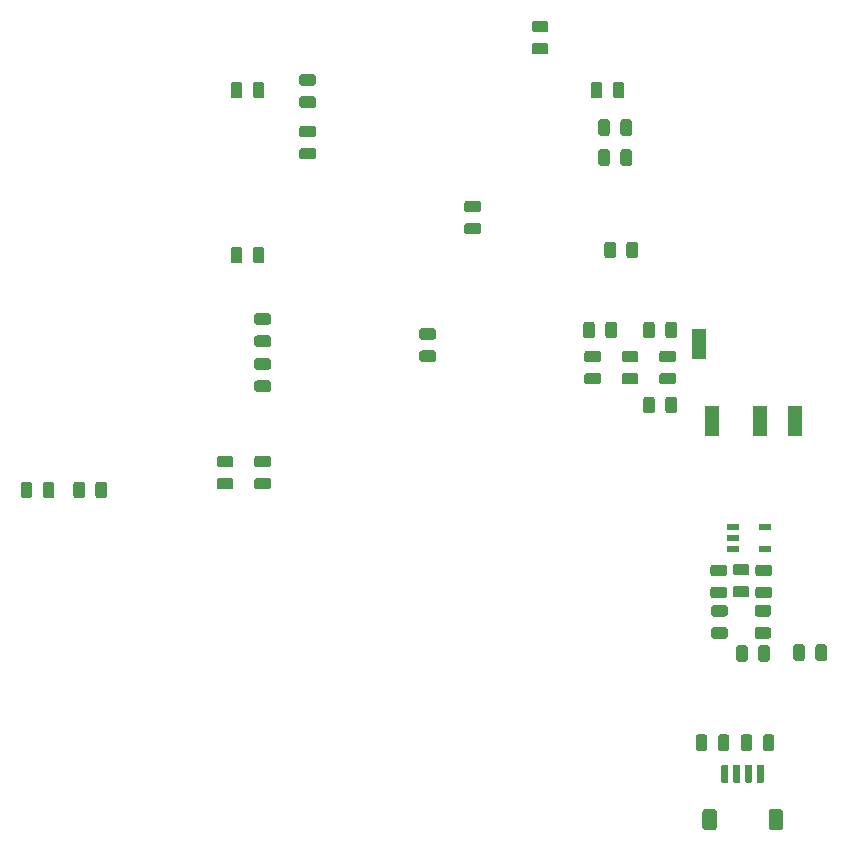
<source format=gbr>
G04 #@! TF.GenerationSoftware,KiCad,Pcbnew,(5.1.5)-3*
G04 #@! TF.CreationDate,2020-01-14T14:16:06+09:00*
G04 #@! TF.ProjectId,MOMI,4d4f4d49-2e6b-4696-9361-645f70636258,rev?*
G04 #@! TF.SameCoordinates,Original*
G04 #@! TF.FileFunction,Paste,Top*
G04 #@! TF.FilePolarity,Positive*
%FSLAX46Y46*%
G04 Gerber Fmt 4.6, Leading zero omitted, Abs format (unit mm)*
G04 Created by KiCad (PCBNEW (5.1.5)-3) date 2020-01-14 14:16:06*
%MOMM*%
%LPD*%
G04 APERTURE LIST*
%ADD10R,1.050000X0.600000*%
%ADD11C,0.100000*%
%ADD12R,1.200000X2.500000*%
G04 APERTURE END LIST*
D10*
X150448000Y-134749500D03*
X150448000Y-136649500D03*
X147748000Y-136649500D03*
X147748000Y-135699500D03*
X147748000Y-134749500D03*
D11*
G36*
X108430142Y-128751174D02*
G01*
X108453803Y-128754684D01*
X108477007Y-128760496D01*
X108499529Y-128768554D01*
X108521153Y-128778782D01*
X108541670Y-128791079D01*
X108560883Y-128805329D01*
X108578607Y-128821393D01*
X108594671Y-128839117D01*
X108608921Y-128858330D01*
X108621218Y-128878847D01*
X108631446Y-128900471D01*
X108639504Y-128922993D01*
X108645316Y-128946197D01*
X108648826Y-128969858D01*
X108650000Y-128993750D01*
X108650000Y-129481250D01*
X108648826Y-129505142D01*
X108645316Y-129528803D01*
X108639504Y-129552007D01*
X108631446Y-129574529D01*
X108621218Y-129596153D01*
X108608921Y-129616670D01*
X108594671Y-129635883D01*
X108578607Y-129653607D01*
X108560883Y-129669671D01*
X108541670Y-129683921D01*
X108521153Y-129696218D01*
X108499529Y-129706446D01*
X108477007Y-129714504D01*
X108453803Y-129720316D01*
X108430142Y-129723826D01*
X108406250Y-129725000D01*
X107493750Y-129725000D01*
X107469858Y-129723826D01*
X107446197Y-129720316D01*
X107422993Y-129714504D01*
X107400471Y-129706446D01*
X107378847Y-129696218D01*
X107358330Y-129683921D01*
X107339117Y-129669671D01*
X107321393Y-129653607D01*
X107305329Y-129635883D01*
X107291079Y-129616670D01*
X107278782Y-129596153D01*
X107268554Y-129574529D01*
X107260496Y-129552007D01*
X107254684Y-129528803D01*
X107251174Y-129505142D01*
X107250000Y-129481250D01*
X107250000Y-128993750D01*
X107251174Y-128969858D01*
X107254684Y-128946197D01*
X107260496Y-128922993D01*
X107268554Y-128900471D01*
X107278782Y-128878847D01*
X107291079Y-128858330D01*
X107305329Y-128839117D01*
X107321393Y-128821393D01*
X107339117Y-128805329D01*
X107358330Y-128791079D01*
X107378847Y-128778782D01*
X107400471Y-128768554D01*
X107422993Y-128760496D01*
X107446197Y-128754684D01*
X107469858Y-128751174D01*
X107493750Y-128750000D01*
X108406250Y-128750000D01*
X108430142Y-128751174D01*
G37*
G36*
X108430142Y-130626174D02*
G01*
X108453803Y-130629684D01*
X108477007Y-130635496D01*
X108499529Y-130643554D01*
X108521153Y-130653782D01*
X108541670Y-130666079D01*
X108560883Y-130680329D01*
X108578607Y-130696393D01*
X108594671Y-130714117D01*
X108608921Y-130733330D01*
X108621218Y-130753847D01*
X108631446Y-130775471D01*
X108639504Y-130797993D01*
X108645316Y-130821197D01*
X108648826Y-130844858D01*
X108650000Y-130868750D01*
X108650000Y-131356250D01*
X108648826Y-131380142D01*
X108645316Y-131403803D01*
X108639504Y-131427007D01*
X108631446Y-131449529D01*
X108621218Y-131471153D01*
X108608921Y-131491670D01*
X108594671Y-131510883D01*
X108578607Y-131528607D01*
X108560883Y-131544671D01*
X108541670Y-131558921D01*
X108521153Y-131571218D01*
X108499529Y-131581446D01*
X108477007Y-131589504D01*
X108453803Y-131595316D01*
X108430142Y-131598826D01*
X108406250Y-131600000D01*
X107493750Y-131600000D01*
X107469858Y-131598826D01*
X107446197Y-131595316D01*
X107422993Y-131589504D01*
X107400471Y-131581446D01*
X107378847Y-131571218D01*
X107358330Y-131558921D01*
X107339117Y-131544671D01*
X107321393Y-131528607D01*
X107305329Y-131510883D01*
X107291079Y-131491670D01*
X107278782Y-131471153D01*
X107268554Y-131449529D01*
X107260496Y-131427007D01*
X107254684Y-131403803D01*
X107251174Y-131380142D01*
X107250000Y-131356250D01*
X107250000Y-130868750D01*
X107251174Y-130844858D01*
X107254684Y-130821197D01*
X107260496Y-130797993D01*
X107268554Y-130775471D01*
X107278782Y-130753847D01*
X107291079Y-130733330D01*
X107305329Y-130714117D01*
X107321393Y-130696393D01*
X107339117Y-130680329D01*
X107358330Y-130666079D01*
X107378847Y-130653782D01*
X107400471Y-130643554D01*
X107422993Y-130635496D01*
X107446197Y-130629684D01*
X107469858Y-130626174D01*
X107493750Y-130625000D01*
X108406250Y-130625000D01*
X108430142Y-130626174D01*
G37*
G36*
X139545142Y-119861174D02*
G01*
X139568803Y-119864684D01*
X139592007Y-119870496D01*
X139614529Y-119878554D01*
X139636153Y-119888782D01*
X139656670Y-119901079D01*
X139675883Y-119915329D01*
X139693607Y-119931393D01*
X139709671Y-119949117D01*
X139723921Y-119968330D01*
X139736218Y-119988847D01*
X139746446Y-120010471D01*
X139754504Y-120032993D01*
X139760316Y-120056197D01*
X139763826Y-120079858D01*
X139765000Y-120103750D01*
X139765000Y-120591250D01*
X139763826Y-120615142D01*
X139760316Y-120638803D01*
X139754504Y-120662007D01*
X139746446Y-120684529D01*
X139736218Y-120706153D01*
X139723921Y-120726670D01*
X139709671Y-120745883D01*
X139693607Y-120763607D01*
X139675883Y-120779671D01*
X139656670Y-120793921D01*
X139636153Y-120806218D01*
X139614529Y-120816446D01*
X139592007Y-120824504D01*
X139568803Y-120830316D01*
X139545142Y-120833826D01*
X139521250Y-120835000D01*
X138608750Y-120835000D01*
X138584858Y-120833826D01*
X138561197Y-120830316D01*
X138537993Y-120824504D01*
X138515471Y-120816446D01*
X138493847Y-120806218D01*
X138473330Y-120793921D01*
X138454117Y-120779671D01*
X138436393Y-120763607D01*
X138420329Y-120745883D01*
X138406079Y-120726670D01*
X138393782Y-120706153D01*
X138383554Y-120684529D01*
X138375496Y-120662007D01*
X138369684Y-120638803D01*
X138366174Y-120615142D01*
X138365000Y-120591250D01*
X138365000Y-120103750D01*
X138366174Y-120079858D01*
X138369684Y-120056197D01*
X138375496Y-120032993D01*
X138383554Y-120010471D01*
X138393782Y-119988847D01*
X138406079Y-119968330D01*
X138420329Y-119949117D01*
X138436393Y-119931393D01*
X138454117Y-119915329D01*
X138473330Y-119901079D01*
X138493847Y-119888782D01*
X138515471Y-119878554D01*
X138537993Y-119870496D01*
X138561197Y-119864684D01*
X138584858Y-119861174D01*
X138608750Y-119860000D01*
X139521250Y-119860000D01*
X139545142Y-119861174D01*
G37*
G36*
X139545142Y-121736174D02*
G01*
X139568803Y-121739684D01*
X139592007Y-121745496D01*
X139614529Y-121753554D01*
X139636153Y-121763782D01*
X139656670Y-121776079D01*
X139675883Y-121790329D01*
X139693607Y-121806393D01*
X139709671Y-121824117D01*
X139723921Y-121843330D01*
X139736218Y-121863847D01*
X139746446Y-121885471D01*
X139754504Y-121907993D01*
X139760316Y-121931197D01*
X139763826Y-121954858D01*
X139765000Y-121978750D01*
X139765000Y-122466250D01*
X139763826Y-122490142D01*
X139760316Y-122513803D01*
X139754504Y-122537007D01*
X139746446Y-122559529D01*
X139736218Y-122581153D01*
X139723921Y-122601670D01*
X139709671Y-122620883D01*
X139693607Y-122638607D01*
X139675883Y-122654671D01*
X139656670Y-122668921D01*
X139636153Y-122681218D01*
X139614529Y-122691446D01*
X139592007Y-122699504D01*
X139568803Y-122705316D01*
X139545142Y-122708826D01*
X139521250Y-122710000D01*
X138608750Y-122710000D01*
X138584858Y-122708826D01*
X138561197Y-122705316D01*
X138537993Y-122699504D01*
X138515471Y-122691446D01*
X138493847Y-122681218D01*
X138473330Y-122668921D01*
X138454117Y-122654671D01*
X138436393Y-122638607D01*
X138420329Y-122620883D01*
X138406079Y-122601670D01*
X138393782Y-122581153D01*
X138383554Y-122559529D01*
X138375496Y-122537007D01*
X138369684Y-122513803D01*
X138366174Y-122490142D01*
X138365000Y-122466250D01*
X138365000Y-121978750D01*
X138366174Y-121954858D01*
X138369684Y-121931197D01*
X138375496Y-121907993D01*
X138383554Y-121885471D01*
X138393782Y-121863847D01*
X138406079Y-121843330D01*
X138420329Y-121824117D01*
X138436393Y-121806393D01*
X138454117Y-121790329D01*
X138473330Y-121776079D01*
X138493847Y-121763782D01*
X138515471Y-121753554D01*
X138537993Y-121745496D01*
X138561197Y-121739684D01*
X138584858Y-121736174D01*
X138608750Y-121735000D01*
X139521250Y-121735000D01*
X139545142Y-121736174D01*
G37*
G36*
X142720142Y-121736174D02*
G01*
X142743803Y-121739684D01*
X142767007Y-121745496D01*
X142789529Y-121753554D01*
X142811153Y-121763782D01*
X142831670Y-121776079D01*
X142850883Y-121790329D01*
X142868607Y-121806393D01*
X142884671Y-121824117D01*
X142898921Y-121843330D01*
X142911218Y-121863847D01*
X142921446Y-121885471D01*
X142929504Y-121907993D01*
X142935316Y-121931197D01*
X142938826Y-121954858D01*
X142940000Y-121978750D01*
X142940000Y-122466250D01*
X142938826Y-122490142D01*
X142935316Y-122513803D01*
X142929504Y-122537007D01*
X142921446Y-122559529D01*
X142911218Y-122581153D01*
X142898921Y-122601670D01*
X142884671Y-122620883D01*
X142868607Y-122638607D01*
X142850883Y-122654671D01*
X142831670Y-122668921D01*
X142811153Y-122681218D01*
X142789529Y-122691446D01*
X142767007Y-122699504D01*
X142743803Y-122705316D01*
X142720142Y-122708826D01*
X142696250Y-122710000D01*
X141783750Y-122710000D01*
X141759858Y-122708826D01*
X141736197Y-122705316D01*
X141712993Y-122699504D01*
X141690471Y-122691446D01*
X141668847Y-122681218D01*
X141648330Y-122668921D01*
X141629117Y-122654671D01*
X141611393Y-122638607D01*
X141595329Y-122620883D01*
X141581079Y-122601670D01*
X141568782Y-122581153D01*
X141558554Y-122559529D01*
X141550496Y-122537007D01*
X141544684Y-122513803D01*
X141541174Y-122490142D01*
X141540000Y-122466250D01*
X141540000Y-121978750D01*
X141541174Y-121954858D01*
X141544684Y-121931197D01*
X141550496Y-121907993D01*
X141558554Y-121885471D01*
X141568782Y-121863847D01*
X141581079Y-121843330D01*
X141595329Y-121824117D01*
X141611393Y-121806393D01*
X141629117Y-121790329D01*
X141648330Y-121776079D01*
X141668847Y-121763782D01*
X141690471Y-121753554D01*
X141712993Y-121745496D01*
X141736197Y-121739684D01*
X141759858Y-121736174D01*
X141783750Y-121735000D01*
X142696250Y-121735000D01*
X142720142Y-121736174D01*
G37*
G36*
X142720142Y-119861174D02*
G01*
X142743803Y-119864684D01*
X142767007Y-119870496D01*
X142789529Y-119878554D01*
X142811153Y-119888782D01*
X142831670Y-119901079D01*
X142850883Y-119915329D01*
X142868607Y-119931393D01*
X142884671Y-119949117D01*
X142898921Y-119968330D01*
X142911218Y-119988847D01*
X142921446Y-120010471D01*
X142929504Y-120032993D01*
X142935316Y-120056197D01*
X142938826Y-120079858D01*
X142940000Y-120103750D01*
X142940000Y-120591250D01*
X142938826Y-120615142D01*
X142935316Y-120638803D01*
X142929504Y-120662007D01*
X142921446Y-120684529D01*
X142911218Y-120706153D01*
X142898921Y-120726670D01*
X142884671Y-120745883D01*
X142868607Y-120763607D01*
X142850883Y-120779671D01*
X142831670Y-120793921D01*
X142811153Y-120806218D01*
X142789529Y-120816446D01*
X142767007Y-120824504D01*
X142743803Y-120830316D01*
X142720142Y-120833826D01*
X142696250Y-120835000D01*
X141783750Y-120835000D01*
X141759858Y-120833826D01*
X141736197Y-120830316D01*
X141712993Y-120824504D01*
X141690471Y-120816446D01*
X141668847Y-120806218D01*
X141648330Y-120793921D01*
X141629117Y-120779671D01*
X141611393Y-120763607D01*
X141595329Y-120745883D01*
X141581079Y-120726670D01*
X141568782Y-120706153D01*
X141558554Y-120684529D01*
X141550496Y-120662007D01*
X141544684Y-120638803D01*
X141541174Y-120615142D01*
X141540000Y-120591250D01*
X141540000Y-120103750D01*
X141541174Y-120079858D01*
X141544684Y-120056197D01*
X141550496Y-120032993D01*
X141558554Y-120010471D01*
X141568782Y-119988847D01*
X141581079Y-119968330D01*
X141595329Y-119949117D01*
X141611393Y-119931393D01*
X141629117Y-119915329D01*
X141648330Y-119901079D01*
X141668847Y-119888782D01*
X141690471Y-119878554D01*
X141712993Y-119870496D01*
X141736197Y-119864684D01*
X141759858Y-119861174D01*
X141783750Y-119860000D01*
X142696250Y-119860000D01*
X142720142Y-119861174D01*
G37*
G36*
X90105142Y-130946174D02*
G01*
X90128803Y-130949684D01*
X90152007Y-130955496D01*
X90174529Y-130963554D01*
X90196153Y-130973782D01*
X90216670Y-130986079D01*
X90235883Y-131000329D01*
X90253607Y-131016393D01*
X90269671Y-131034117D01*
X90283921Y-131053330D01*
X90296218Y-131073847D01*
X90306446Y-131095471D01*
X90314504Y-131117993D01*
X90320316Y-131141197D01*
X90323826Y-131164858D01*
X90325000Y-131188750D01*
X90325000Y-132101250D01*
X90323826Y-132125142D01*
X90320316Y-132148803D01*
X90314504Y-132172007D01*
X90306446Y-132194529D01*
X90296218Y-132216153D01*
X90283921Y-132236670D01*
X90269671Y-132255883D01*
X90253607Y-132273607D01*
X90235883Y-132289671D01*
X90216670Y-132303921D01*
X90196153Y-132316218D01*
X90174529Y-132326446D01*
X90152007Y-132334504D01*
X90128803Y-132340316D01*
X90105142Y-132343826D01*
X90081250Y-132345000D01*
X89593750Y-132345000D01*
X89569858Y-132343826D01*
X89546197Y-132340316D01*
X89522993Y-132334504D01*
X89500471Y-132326446D01*
X89478847Y-132316218D01*
X89458330Y-132303921D01*
X89439117Y-132289671D01*
X89421393Y-132273607D01*
X89405329Y-132255883D01*
X89391079Y-132236670D01*
X89378782Y-132216153D01*
X89368554Y-132194529D01*
X89360496Y-132172007D01*
X89354684Y-132148803D01*
X89351174Y-132125142D01*
X89350000Y-132101250D01*
X89350000Y-131188750D01*
X89351174Y-131164858D01*
X89354684Y-131141197D01*
X89360496Y-131117993D01*
X89368554Y-131095471D01*
X89378782Y-131073847D01*
X89391079Y-131053330D01*
X89405329Y-131034117D01*
X89421393Y-131016393D01*
X89439117Y-131000329D01*
X89458330Y-130986079D01*
X89478847Y-130973782D01*
X89500471Y-130963554D01*
X89522993Y-130955496D01*
X89546197Y-130949684D01*
X89569858Y-130946174D01*
X89593750Y-130945000D01*
X90081250Y-130945000D01*
X90105142Y-130946174D01*
G37*
G36*
X88230142Y-130946174D02*
G01*
X88253803Y-130949684D01*
X88277007Y-130955496D01*
X88299529Y-130963554D01*
X88321153Y-130973782D01*
X88341670Y-130986079D01*
X88360883Y-131000329D01*
X88378607Y-131016393D01*
X88394671Y-131034117D01*
X88408921Y-131053330D01*
X88421218Y-131073847D01*
X88431446Y-131095471D01*
X88439504Y-131117993D01*
X88445316Y-131141197D01*
X88448826Y-131164858D01*
X88450000Y-131188750D01*
X88450000Y-132101250D01*
X88448826Y-132125142D01*
X88445316Y-132148803D01*
X88439504Y-132172007D01*
X88431446Y-132194529D01*
X88421218Y-132216153D01*
X88408921Y-132236670D01*
X88394671Y-132255883D01*
X88378607Y-132273607D01*
X88360883Y-132289671D01*
X88341670Y-132303921D01*
X88321153Y-132316218D01*
X88299529Y-132326446D01*
X88277007Y-132334504D01*
X88253803Y-132340316D01*
X88230142Y-132343826D01*
X88206250Y-132345000D01*
X87718750Y-132345000D01*
X87694858Y-132343826D01*
X87671197Y-132340316D01*
X87647993Y-132334504D01*
X87625471Y-132326446D01*
X87603847Y-132316218D01*
X87583330Y-132303921D01*
X87564117Y-132289671D01*
X87546393Y-132273607D01*
X87530329Y-132255883D01*
X87516079Y-132236670D01*
X87503782Y-132216153D01*
X87493554Y-132194529D01*
X87485496Y-132172007D01*
X87479684Y-132148803D01*
X87476174Y-132125142D01*
X87475000Y-132101250D01*
X87475000Y-131188750D01*
X87476174Y-131164858D01*
X87479684Y-131141197D01*
X87485496Y-131117993D01*
X87493554Y-131095471D01*
X87503782Y-131073847D01*
X87516079Y-131053330D01*
X87530329Y-131034117D01*
X87546393Y-131016393D01*
X87564117Y-131000329D01*
X87583330Y-130986079D01*
X87603847Y-130973782D01*
X87625471Y-130963554D01*
X87647993Y-130955496D01*
X87671197Y-130949684D01*
X87694858Y-130946174D01*
X87718750Y-130945000D01*
X88206250Y-130945000D01*
X88230142Y-130946174D01*
G37*
G36*
X147038142Y-137958674D02*
G01*
X147061803Y-137962184D01*
X147085007Y-137967996D01*
X147107529Y-137976054D01*
X147129153Y-137986282D01*
X147149670Y-137998579D01*
X147168883Y-138012829D01*
X147186607Y-138028893D01*
X147202671Y-138046617D01*
X147216921Y-138065830D01*
X147229218Y-138086347D01*
X147239446Y-138107971D01*
X147247504Y-138130493D01*
X147253316Y-138153697D01*
X147256826Y-138177358D01*
X147258000Y-138201250D01*
X147258000Y-138688750D01*
X147256826Y-138712642D01*
X147253316Y-138736303D01*
X147247504Y-138759507D01*
X147239446Y-138782029D01*
X147229218Y-138803653D01*
X147216921Y-138824170D01*
X147202671Y-138843383D01*
X147186607Y-138861107D01*
X147168883Y-138877171D01*
X147149670Y-138891421D01*
X147129153Y-138903718D01*
X147107529Y-138913946D01*
X147085007Y-138922004D01*
X147061803Y-138927816D01*
X147038142Y-138931326D01*
X147014250Y-138932500D01*
X146101750Y-138932500D01*
X146077858Y-138931326D01*
X146054197Y-138927816D01*
X146030993Y-138922004D01*
X146008471Y-138913946D01*
X145986847Y-138903718D01*
X145966330Y-138891421D01*
X145947117Y-138877171D01*
X145929393Y-138861107D01*
X145913329Y-138843383D01*
X145899079Y-138824170D01*
X145886782Y-138803653D01*
X145876554Y-138782029D01*
X145868496Y-138759507D01*
X145862684Y-138736303D01*
X145859174Y-138712642D01*
X145858000Y-138688750D01*
X145858000Y-138201250D01*
X145859174Y-138177358D01*
X145862684Y-138153697D01*
X145868496Y-138130493D01*
X145876554Y-138107971D01*
X145886782Y-138086347D01*
X145899079Y-138065830D01*
X145913329Y-138046617D01*
X145929393Y-138028893D01*
X145947117Y-138012829D01*
X145966330Y-137998579D01*
X145986847Y-137986282D01*
X146008471Y-137976054D01*
X146030993Y-137967996D01*
X146054197Y-137962184D01*
X146077858Y-137958674D01*
X146101750Y-137957500D01*
X147014250Y-137957500D01*
X147038142Y-137958674D01*
G37*
G36*
X147038142Y-139833674D02*
G01*
X147061803Y-139837184D01*
X147085007Y-139842996D01*
X147107529Y-139851054D01*
X147129153Y-139861282D01*
X147149670Y-139873579D01*
X147168883Y-139887829D01*
X147186607Y-139903893D01*
X147202671Y-139921617D01*
X147216921Y-139940830D01*
X147229218Y-139961347D01*
X147239446Y-139982971D01*
X147247504Y-140005493D01*
X147253316Y-140028697D01*
X147256826Y-140052358D01*
X147258000Y-140076250D01*
X147258000Y-140563750D01*
X147256826Y-140587642D01*
X147253316Y-140611303D01*
X147247504Y-140634507D01*
X147239446Y-140657029D01*
X147229218Y-140678653D01*
X147216921Y-140699170D01*
X147202671Y-140718383D01*
X147186607Y-140736107D01*
X147168883Y-140752171D01*
X147149670Y-140766421D01*
X147129153Y-140778718D01*
X147107529Y-140788946D01*
X147085007Y-140797004D01*
X147061803Y-140802816D01*
X147038142Y-140806326D01*
X147014250Y-140807500D01*
X146101750Y-140807500D01*
X146077858Y-140806326D01*
X146054197Y-140802816D01*
X146030993Y-140797004D01*
X146008471Y-140788946D01*
X145986847Y-140778718D01*
X145966330Y-140766421D01*
X145947117Y-140752171D01*
X145929393Y-140736107D01*
X145913329Y-140718383D01*
X145899079Y-140699170D01*
X145886782Y-140678653D01*
X145876554Y-140657029D01*
X145868496Y-140634507D01*
X145862684Y-140611303D01*
X145859174Y-140587642D01*
X145858000Y-140563750D01*
X145858000Y-140076250D01*
X145859174Y-140052358D01*
X145862684Y-140028697D01*
X145868496Y-140005493D01*
X145876554Y-139982971D01*
X145886782Y-139961347D01*
X145899079Y-139940830D01*
X145913329Y-139921617D01*
X145929393Y-139903893D01*
X145947117Y-139887829D01*
X145966330Y-139873579D01*
X145986847Y-139861282D01*
X146008471Y-139851054D01*
X146030993Y-139842996D01*
X146054197Y-139837184D01*
X146077858Y-139833674D01*
X146101750Y-139832500D01*
X147014250Y-139832500D01*
X147038142Y-139833674D01*
G37*
G36*
X150848142Y-139833674D02*
G01*
X150871803Y-139837184D01*
X150895007Y-139842996D01*
X150917529Y-139851054D01*
X150939153Y-139861282D01*
X150959670Y-139873579D01*
X150978883Y-139887829D01*
X150996607Y-139903893D01*
X151012671Y-139921617D01*
X151026921Y-139940830D01*
X151039218Y-139961347D01*
X151049446Y-139982971D01*
X151057504Y-140005493D01*
X151063316Y-140028697D01*
X151066826Y-140052358D01*
X151068000Y-140076250D01*
X151068000Y-140563750D01*
X151066826Y-140587642D01*
X151063316Y-140611303D01*
X151057504Y-140634507D01*
X151049446Y-140657029D01*
X151039218Y-140678653D01*
X151026921Y-140699170D01*
X151012671Y-140718383D01*
X150996607Y-140736107D01*
X150978883Y-140752171D01*
X150959670Y-140766421D01*
X150939153Y-140778718D01*
X150917529Y-140788946D01*
X150895007Y-140797004D01*
X150871803Y-140802816D01*
X150848142Y-140806326D01*
X150824250Y-140807500D01*
X149911750Y-140807500D01*
X149887858Y-140806326D01*
X149864197Y-140802816D01*
X149840993Y-140797004D01*
X149818471Y-140788946D01*
X149796847Y-140778718D01*
X149776330Y-140766421D01*
X149757117Y-140752171D01*
X149739393Y-140736107D01*
X149723329Y-140718383D01*
X149709079Y-140699170D01*
X149696782Y-140678653D01*
X149686554Y-140657029D01*
X149678496Y-140634507D01*
X149672684Y-140611303D01*
X149669174Y-140587642D01*
X149668000Y-140563750D01*
X149668000Y-140076250D01*
X149669174Y-140052358D01*
X149672684Y-140028697D01*
X149678496Y-140005493D01*
X149686554Y-139982971D01*
X149696782Y-139961347D01*
X149709079Y-139940830D01*
X149723329Y-139921617D01*
X149739393Y-139903893D01*
X149757117Y-139887829D01*
X149776330Y-139873579D01*
X149796847Y-139861282D01*
X149818471Y-139851054D01*
X149840993Y-139842996D01*
X149864197Y-139837184D01*
X149887858Y-139833674D01*
X149911750Y-139832500D01*
X150824250Y-139832500D01*
X150848142Y-139833674D01*
G37*
G36*
X150848142Y-137958674D02*
G01*
X150871803Y-137962184D01*
X150895007Y-137967996D01*
X150917529Y-137976054D01*
X150939153Y-137986282D01*
X150959670Y-137998579D01*
X150978883Y-138012829D01*
X150996607Y-138028893D01*
X151012671Y-138046617D01*
X151026921Y-138065830D01*
X151039218Y-138086347D01*
X151049446Y-138107971D01*
X151057504Y-138130493D01*
X151063316Y-138153697D01*
X151066826Y-138177358D01*
X151068000Y-138201250D01*
X151068000Y-138688750D01*
X151066826Y-138712642D01*
X151063316Y-138736303D01*
X151057504Y-138759507D01*
X151049446Y-138782029D01*
X151039218Y-138803653D01*
X151026921Y-138824170D01*
X151012671Y-138843383D01*
X150996607Y-138861107D01*
X150978883Y-138877171D01*
X150959670Y-138891421D01*
X150939153Y-138903718D01*
X150917529Y-138913946D01*
X150895007Y-138922004D01*
X150871803Y-138927816D01*
X150848142Y-138931326D01*
X150824250Y-138932500D01*
X149911750Y-138932500D01*
X149887858Y-138931326D01*
X149864197Y-138927816D01*
X149840993Y-138922004D01*
X149818471Y-138913946D01*
X149796847Y-138903718D01*
X149776330Y-138891421D01*
X149757117Y-138877171D01*
X149739393Y-138861107D01*
X149723329Y-138843383D01*
X149709079Y-138824170D01*
X149696782Y-138803653D01*
X149686554Y-138782029D01*
X149678496Y-138759507D01*
X149672684Y-138736303D01*
X149669174Y-138712642D01*
X149668000Y-138688750D01*
X149668000Y-138201250D01*
X149669174Y-138177358D01*
X149672684Y-138153697D01*
X149678496Y-138130493D01*
X149686554Y-138107971D01*
X149696782Y-138086347D01*
X149709079Y-138065830D01*
X149723329Y-138046617D01*
X149739393Y-138028893D01*
X149757117Y-138012829D01*
X149776330Y-137998579D01*
X149796847Y-137986282D01*
X149818471Y-137976054D01*
X149840993Y-137967996D01*
X149864197Y-137962184D01*
X149887858Y-137958674D01*
X149911750Y-137957500D01*
X150824250Y-137957500D01*
X150848142Y-137958674D01*
G37*
G36*
X108430142Y-120496174D02*
G01*
X108453803Y-120499684D01*
X108477007Y-120505496D01*
X108499529Y-120513554D01*
X108521153Y-120523782D01*
X108541670Y-120536079D01*
X108560883Y-120550329D01*
X108578607Y-120566393D01*
X108594671Y-120584117D01*
X108608921Y-120603330D01*
X108621218Y-120623847D01*
X108631446Y-120645471D01*
X108639504Y-120667993D01*
X108645316Y-120691197D01*
X108648826Y-120714858D01*
X108650000Y-120738750D01*
X108650000Y-121226250D01*
X108648826Y-121250142D01*
X108645316Y-121273803D01*
X108639504Y-121297007D01*
X108631446Y-121319529D01*
X108621218Y-121341153D01*
X108608921Y-121361670D01*
X108594671Y-121380883D01*
X108578607Y-121398607D01*
X108560883Y-121414671D01*
X108541670Y-121428921D01*
X108521153Y-121441218D01*
X108499529Y-121451446D01*
X108477007Y-121459504D01*
X108453803Y-121465316D01*
X108430142Y-121468826D01*
X108406250Y-121470000D01*
X107493750Y-121470000D01*
X107469858Y-121468826D01*
X107446197Y-121465316D01*
X107422993Y-121459504D01*
X107400471Y-121451446D01*
X107378847Y-121441218D01*
X107358330Y-121428921D01*
X107339117Y-121414671D01*
X107321393Y-121398607D01*
X107305329Y-121380883D01*
X107291079Y-121361670D01*
X107278782Y-121341153D01*
X107268554Y-121319529D01*
X107260496Y-121297007D01*
X107254684Y-121273803D01*
X107251174Y-121250142D01*
X107250000Y-121226250D01*
X107250000Y-120738750D01*
X107251174Y-120714858D01*
X107254684Y-120691197D01*
X107260496Y-120667993D01*
X107268554Y-120645471D01*
X107278782Y-120623847D01*
X107291079Y-120603330D01*
X107305329Y-120584117D01*
X107321393Y-120566393D01*
X107339117Y-120550329D01*
X107358330Y-120536079D01*
X107378847Y-120523782D01*
X107400471Y-120513554D01*
X107422993Y-120505496D01*
X107446197Y-120499684D01*
X107469858Y-120496174D01*
X107493750Y-120495000D01*
X108406250Y-120495000D01*
X108430142Y-120496174D01*
G37*
G36*
X108430142Y-122371174D02*
G01*
X108453803Y-122374684D01*
X108477007Y-122380496D01*
X108499529Y-122388554D01*
X108521153Y-122398782D01*
X108541670Y-122411079D01*
X108560883Y-122425329D01*
X108578607Y-122441393D01*
X108594671Y-122459117D01*
X108608921Y-122478330D01*
X108621218Y-122498847D01*
X108631446Y-122520471D01*
X108639504Y-122542993D01*
X108645316Y-122566197D01*
X108648826Y-122589858D01*
X108650000Y-122613750D01*
X108650000Y-123101250D01*
X108648826Y-123125142D01*
X108645316Y-123148803D01*
X108639504Y-123172007D01*
X108631446Y-123194529D01*
X108621218Y-123216153D01*
X108608921Y-123236670D01*
X108594671Y-123255883D01*
X108578607Y-123273607D01*
X108560883Y-123289671D01*
X108541670Y-123303921D01*
X108521153Y-123316218D01*
X108499529Y-123326446D01*
X108477007Y-123334504D01*
X108453803Y-123340316D01*
X108430142Y-123343826D01*
X108406250Y-123345000D01*
X107493750Y-123345000D01*
X107469858Y-123343826D01*
X107446197Y-123340316D01*
X107422993Y-123334504D01*
X107400471Y-123326446D01*
X107378847Y-123316218D01*
X107358330Y-123303921D01*
X107339117Y-123289671D01*
X107321393Y-123273607D01*
X107305329Y-123255883D01*
X107291079Y-123236670D01*
X107278782Y-123216153D01*
X107268554Y-123194529D01*
X107260496Y-123172007D01*
X107254684Y-123148803D01*
X107251174Y-123125142D01*
X107250000Y-123101250D01*
X107250000Y-122613750D01*
X107251174Y-122589858D01*
X107254684Y-122566197D01*
X107260496Y-122542993D01*
X107268554Y-122520471D01*
X107278782Y-122498847D01*
X107291079Y-122478330D01*
X107305329Y-122459117D01*
X107321393Y-122441393D01*
X107339117Y-122425329D01*
X107358330Y-122411079D01*
X107378847Y-122398782D01*
X107400471Y-122388554D01*
X107422993Y-122380496D01*
X107446197Y-122374684D01*
X107469858Y-122371174D01*
X107493750Y-122370000D01*
X108406250Y-122370000D01*
X108430142Y-122371174D01*
G37*
G36*
X148809142Y-144779674D02*
G01*
X148832803Y-144783184D01*
X148856007Y-144788996D01*
X148878529Y-144797054D01*
X148900153Y-144807282D01*
X148920670Y-144819579D01*
X148939883Y-144833829D01*
X148957607Y-144849893D01*
X148973671Y-144867617D01*
X148987921Y-144886830D01*
X149000218Y-144907347D01*
X149010446Y-144928971D01*
X149018504Y-144951493D01*
X149024316Y-144974697D01*
X149027826Y-144998358D01*
X149029000Y-145022250D01*
X149029000Y-145934750D01*
X149027826Y-145958642D01*
X149024316Y-145982303D01*
X149018504Y-146005507D01*
X149010446Y-146028029D01*
X149000218Y-146049653D01*
X148987921Y-146070170D01*
X148973671Y-146089383D01*
X148957607Y-146107107D01*
X148939883Y-146123171D01*
X148920670Y-146137421D01*
X148900153Y-146149718D01*
X148878529Y-146159946D01*
X148856007Y-146168004D01*
X148832803Y-146173816D01*
X148809142Y-146177326D01*
X148785250Y-146178500D01*
X148297750Y-146178500D01*
X148273858Y-146177326D01*
X148250197Y-146173816D01*
X148226993Y-146168004D01*
X148204471Y-146159946D01*
X148182847Y-146149718D01*
X148162330Y-146137421D01*
X148143117Y-146123171D01*
X148125393Y-146107107D01*
X148109329Y-146089383D01*
X148095079Y-146070170D01*
X148082782Y-146049653D01*
X148072554Y-146028029D01*
X148064496Y-146005507D01*
X148058684Y-145982303D01*
X148055174Y-145958642D01*
X148054000Y-145934750D01*
X148054000Y-145022250D01*
X148055174Y-144998358D01*
X148058684Y-144974697D01*
X148064496Y-144951493D01*
X148072554Y-144928971D01*
X148082782Y-144907347D01*
X148095079Y-144886830D01*
X148109329Y-144867617D01*
X148125393Y-144849893D01*
X148143117Y-144833829D01*
X148162330Y-144819579D01*
X148182847Y-144807282D01*
X148204471Y-144797054D01*
X148226993Y-144788996D01*
X148250197Y-144783184D01*
X148273858Y-144779674D01*
X148297750Y-144778500D01*
X148785250Y-144778500D01*
X148809142Y-144779674D01*
G37*
G36*
X150684142Y-144779674D02*
G01*
X150707803Y-144783184D01*
X150731007Y-144788996D01*
X150753529Y-144797054D01*
X150775153Y-144807282D01*
X150795670Y-144819579D01*
X150814883Y-144833829D01*
X150832607Y-144849893D01*
X150848671Y-144867617D01*
X150862921Y-144886830D01*
X150875218Y-144907347D01*
X150885446Y-144928971D01*
X150893504Y-144951493D01*
X150899316Y-144974697D01*
X150902826Y-144998358D01*
X150904000Y-145022250D01*
X150904000Y-145934750D01*
X150902826Y-145958642D01*
X150899316Y-145982303D01*
X150893504Y-146005507D01*
X150885446Y-146028029D01*
X150875218Y-146049653D01*
X150862921Y-146070170D01*
X150848671Y-146089383D01*
X150832607Y-146107107D01*
X150814883Y-146123171D01*
X150795670Y-146137421D01*
X150775153Y-146149718D01*
X150753529Y-146159946D01*
X150731007Y-146168004D01*
X150707803Y-146173816D01*
X150684142Y-146177326D01*
X150660250Y-146178500D01*
X150172750Y-146178500D01*
X150148858Y-146177326D01*
X150125197Y-146173816D01*
X150101993Y-146168004D01*
X150079471Y-146159946D01*
X150057847Y-146149718D01*
X150037330Y-146137421D01*
X150018117Y-146123171D01*
X150000393Y-146107107D01*
X149984329Y-146089383D01*
X149970079Y-146070170D01*
X149957782Y-146049653D01*
X149947554Y-146028029D01*
X149939496Y-146005507D01*
X149933684Y-145982303D01*
X149930174Y-145958642D01*
X149929000Y-145934750D01*
X149929000Y-145022250D01*
X149930174Y-144998358D01*
X149933684Y-144974697D01*
X149939496Y-144951493D01*
X149947554Y-144928971D01*
X149957782Y-144907347D01*
X149970079Y-144886830D01*
X149984329Y-144867617D01*
X150000393Y-144849893D01*
X150018117Y-144833829D01*
X150037330Y-144819579D01*
X150057847Y-144807282D01*
X150079471Y-144797054D01*
X150101993Y-144788996D01*
X150125197Y-144783184D01*
X150148858Y-144779674D01*
X150172750Y-144778500D01*
X150660250Y-144778500D01*
X150684142Y-144779674D01*
G37*
G36*
X155510142Y-144716174D02*
G01*
X155533803Y-144719684D01*
X155557007Y-144725496D01*
X155579529Y-144733554D01*
X155601153Y-144743782D01*
X155621670Y-144756079D01*
X155640883Y-144770329D01*
X155658607Y-144786393D01*
X155674671Y-144804117D01*
X155688921Y-144823330D01*
X155701218Y-144843847D01*
X155711446Y-144865471D01*
X155719504Y-144887993D01*
X155725316Y-144911197D01*
X155728826Y-144934858D01*
X155730000Y-144958750D01*
X155730000Y-145871250D01*
X155728826Y-145895142D01*
X155725316Y-145918803D01*
X155719504Y-145942007D01*
X155711446Y-145964529D01*
X155701218Y-145986153D01*
X155688921Y-146006670D01*
X155674671Y-146025883D01*
X155658607Y-146043607D01*
X155640883Y-146059671D01*
X155621670Y-146073921D01*
X155601153Y-146086218D01*
X155579529Y-146096446D01*
X155557007Y-146104504D01*
X155533803Y-146110316D01*
X155510142Y-146113826D01*
X155486250Y-146115000D01*
X154998750Y-146115000D01*
X154974858Y-146113826D01*
X154951197Y-146110316D01*
X154927993Y-146104504D01*
X154905471Y-146096446D01*
X154883847Y-146086218D01*
X154863330Y-146073921D01*
X154844117Y-146059671D01*
X154826393Y-146043607D01*
X154810329Y-146025883D01*
X154796079Y-146006670D01*
X154783782Y-145986153D01*
X154773554Y-145964529D01*
X154765496Y-145942007D01*
X154759684Y-145918803D01*
X154756174Y-145895142D01*
X154755000Y-145871250D01*
X154755000Y-144958750D01*
X154756174Y-144934858D01*
X154759684Y-144911197D01*
X154765496Y-144887993D01*
X154773554Y-144865471D01*
X154783782Y-144843847D01*
X154796079Y-144823330D01*
X154810329Y-144804117D01*
X154826393Y-144786393D01*
X154844117Y-144770329D01*
X154863330Y-144756079D01*
X154883847Y-144743782D01*
X154905471Y-144733554D01*
X154927993Y-144725496D01*
X154951197Y-144719684D01*
X154974858Y-144716174D01*
X154998750Y-144715000D01*
X155486250Y-144715000D01*
X155510142Y-144716174D01*
G37*
G36*
X153635142Y-144716174D02*
G01*
X153658803Y-144719684D01*
X153682007Y-144725496D01*
X153704529Y-144733554D01*
X153726153Y-144743782D01*
X153746670Y-144756079D01*
X153765883Y-144770329D01*
X153783607Y-144786393D01*
X153799671Y-144804117D01*
X153813921Y-144823330D01*
X153826218Y-144843847D01*
X153836446Y-144865471D01*
X153844504Y-144887993D01*
X153850316Y-144911197D01*
X153853826Y-144934858D01*
X153855000Y-144958750D01*
X153855000Y-145871250D01*
X153853826Y-145895142D01*
X153850316Y-145918803D01*
X153844504Y-145942007D01*
X153836446Y-145964529D01*
X153826218Y-145986153D01*
X153813921Y-146006670D01*
X153799671Y-146025883D01*
X153783607Y-146043607D01*
X153765883Y-146059671D01*
X153746670Y-146073921D01*
X153726153Y-146086218D01*
X153704529Y-146096446D01*
X153682007Y-146104504D01*
X153658803Y-146110316D01*
X153635142Y-146113826D01*
X153611250Y-146115000D01*
X153123750Y-146115000D01*
X153099858Y-146113826D01*
X153076197Y-146110316D01*
X153052993Y-146104504D01*
X153030471Y-146096446D01*
X153008847Y-146086218D01*
X152988330Y-146073921D01*
X152969117Y-146059671D01*
X152951393Y-146043607D01*
X152935329Y-146025883D01*
X152921079Y-146006670D01*
X152908782Y-145986153D01*
X152898554Y-145964529D01*
X152890496Y-145942007D01*
X152884684Y-145918803D01*
X152881174Y-145895142D01*
X152880000Y-145871250D01*
X152880000Y-144958750D01*
X152881174Y-144934858D01*
X152884684Y-144911197D01*
X152890496Y-144887993D01*
X152898554Y-144865471D01*
X152908782Y-144843847D01*
X152921079Y-144823330D01*
X152935329Y-144804117D01*
X152951393Y-144786393D01*
X152969117Y-144770329D01*
X152988330Y-144756079D01*
X153008847Y-144743782D01*
X153030471Y-144733554D01*
X153052993Y-144725496D01*
X153076197Y-144719684D01*
X153099858Y-144716174D01*
X153123750Y-144715000D01*
X153611250Y-144715000D01*
X153635142Y-144716174D01*
G37*
D12*
X144935000Y-119305000D03*
X146035000Y-125805000D03*
X150035000Y-125805000D03*
X153035000Y-125805000D03*
D11*
G36*
X122400142Y-119831174D02*
G01*
X122423803Y-119834684D01*
X122447007Y-119840496D01*
X122469529Y-119848554D01*
X122491153Y-119858782D01*
X122511670Y-119871079D01*
X122530883Y-119885329D01*
X122548607Y-119901393D01*
X122564671Y-119919117D01*
X122578921Y-119938330D01*
X122591218Y-119958847D01*
X122601446Y-119980471D01*
X122609504Y-120002993D01*
X122615316Y-120026197D01*
X122618826Y-120049858D01*
X122620000Y-120073750D01*
X122620000Y-120561250D01*
X122618826Y-120585142D01*
X122615316Y-120608803D01*
X122609504Y-120632007D01*
X122601446Y-120654529D01*
X122591218Y-120676153D01*
X122578921Y-120696670D01*
X122564671Y-120715883D01*
X122548607Y-120733607D01*
X122530883Y-120749671D01*
X122511670Y-120763921D01*
X122491153Y-120776218D01*
X122469529Y-120786446D01*
X122447007Y-120794504D01*
X122423803Y-120800316D01*
X122400142Y-120803826D01*
X122376250Y-120805000D01*
X121463750Y-120805000D01*
X121439858Y-120803826D01*
X121416197Y-120800316D01*
X121392993Y-120794504D01*
X121370471Y-120786446D01*
X121348847Y-120776218D01*
X121328330Y-120763921D01*
X121309117Y-120749671D01*
X121291393Y-120733607D01*
X121275329Y-120715883D01*
X121261079Y-120696670D01*
X121248782Y-120676153D01*
X121238554Y-120654529D01*
X121230496Y-120632007D01*
X121224684Y-120608803D01*
X121221174Y-120585142D01*
X121220000Y-120561250D01*
X121220000Y-120073750D01*
X121221174Y-120049858D01*
X121224684Y-120026197D01*
X121230496Y-120002993D01*
X121238554Y-119980471D01*
X121248782Y-119958847D01*
X121261079Y-119938330D01*
X121275329Y-119919117D01*
X121291393Y-119901393D01*
X121309117Y-119885329D01*
X121328330Y-119871079D01*
X121348847Y-119858782D01*
X121370471Y-119848554D01*
X121392993Y-119840496D01*
X121416197Y-119834684D01*
X121439858Y-119831174D01*
X121463750Y-119830000D01*
X122376250Y-119830000D01*
X122400142Y-119831174D01*
G37*
G36*
X122400142Y-117956174D02*
G01*
X122423803Y-117959684D01*
X122447007Y-117965496D01*
X122469529Y-117973554D01*
X122491153Y-117983782D01*
X122511670Y-117996079D01*
X122530883Y-118010329D01*
X122548607Y-118026393D01*
X122564671Y-118044117D01*
X122578921Y-118063330D01*
X122591218Y-118083847D01*
X122601446Y-118105471D01*
X122609504Y-118127993D01*
X122615316Y-118151197D01*
X122618826Y-118174858D01*
X122620000Y-118198750D01*
X122620000Y-118686250D01*
X122618826Y-118710142D01*
X122615316Y-118733803D01*
X122609504Y-118757007D01*
X122601446Y-118779529D01*
X122591218Y-118801153D01*
X122578921Y-118821670D01*
X122564671Y-118840883D01*
X122548607Y-118858607D01*
X122530883Y-118874671D01*
X122511670Y-118888921D01*
X122491153Y-118901218D01*
X122469529Y-118911446D01*
X122447007Y-118919504D01*
X122423803Y-118925316D01*
X122400142Y-118928826D01*
X122376250Y-118930000D01*
X121463750Y-118930000D01*
X121439858Y-118928826D01*
X121416197Y-118925316D01*
X121392993Y-118919504D01*
X121370471Y-118911446D01*
X121348847Y-118901218D01*
X121328330Y-118888921D01*
X121309117Y-118874671D01*
X121291393Y-118858607D01*
X121275329Y-118840883D01*
X121261079Y-118821670D01*
X121248782Y-118801153D01*
X121238554Y-118779529D01*
X121230496Y-118757007D01*
X121224684Y-118733803D01*
X121221174Y-118710142D01*
X121220000Y-118686250D01*
X121220000Y-118198750D01*
X121221174Y-118174858D01*
X121224684Y-118151197D01*
X121230496Y-118127993D01*
X121238554Y-118105471D01*
X121248782Y-118083847D01*
X121261079Y-118063330D01*
X121275329Y-118044117D01*
X121291393Y-118026393D01*
X121309117Y-118010329D01*
X121328330Y-117996079D01*
X121348847Y-117983782D01*
X121370471Y-117973554D01*
X121392993Y-117965496D01*
X121416197Y-117959684D01*
X121439858Y-117956174D01*
X121463750Y-117955000D01*
X122376250Y-117955000D01*
X122400142Y-117956174D01*
G37*
G36*
X108430142Y-116686174D02*
G01*
X108453803Y-116689684D01*
X108477007Y-116695496D01*
X108499529Y-116703554D01*
X108521153Y-116713782D01*
X108541670Y-116726079D01*
X108560883Y-116740329D01*
X108578607Y-116756393D01*
X108594671Y-116774117D01*
X108608921Y-116793330D01*
X108621218Y-116813847D01*
X108631446Y-116835471D01*
X108639504Y-116857993D01*
X108645316Y-116881197D01*
X108648826Y-116904858D01*
X108650000Y-116928750D01*
X108650000Y-117416250D01*
X108648826Y-117440142D01*
X108645316Y-117463803D01*
X108639504Y-117487007D01*
X108631446Y-117509529D01*
X108621218Y-117531153D01*
X108608921Y-117551670D01*
X108594671Y-117570883D01*
X108578607Y-117588607D01*
X108560883Y-117604671D01*
X108541670Y-117618921D01*
X108521153Y-117631218D01*
X108499529Y-117641446D01*
X108477007Y-117649504D01*
X108453803Y-117655316D01*
X108430142Y-117658826D01*
X108406250Y-117660000D01*
X107493750Y-117660000D01*
X107469858Y-117658826D01*
X107446197Y-117655316D01*
X107422993Y-117649504D01*
X107400471Y-117641446D01*
X107378847Y-117631218D01*
X107358330Y-117618921D01*
X107339117Y-117604671D01*
X107321393Y-117588607D01*
X107305329Y-117570883D01*
X107291079Y-117551670D01*
X107278782Y-117531153D01*
X107268554Y-117509529D01*
X107260496Y-117487007D01*
X107254684Y-117463803D01*
X107251174Y-117440142D01*
X107250000Y-117416250D01*
X107250000Y-116928750D01*
X107251174Y-116904858D01*
X107254684Y-116881197D01*
X107260496Y-116857993D01*
X107268554Y-116835471D01*
X107278782Y-116813847D01*
X107291079Y-116793330D01*
X107305329Y-116774117D01*
X107321393Y-116756393D01*
X107339117Y-116740329D01*
X107358330Y-116726079D01*
X107378847Y-116713782D01*
X107400471Y-116703554D01*
X107422993Y-116695496D01*
X107446197Y-116689684D01*
X107469858Y-116686174D01*
X107493750Y-116685000D01*
X108406250Y-116685000D01*
X108430142Y-116686174D01*
G37*
G36*
X108430142Y-118561174D02*
G01*
X108453803Y-118564684D01*
X108477007Y-118570496D01*
X108499529Y-118578554D01*
X108521153Y-118588782D01*
X108541670Y-118601079D01*
X108560883Y-118615329D01*
X108578607Y-118631393D01*
X108594671Y-118649117D01*
X108608921Y-118668330D01*
X108621218Y-118688847D01*
X108631446Y-118710471D01*
X108639504Y-118732993D01*
X108645316Y-118756197D01*
X108648826Y-118779858D01*
X108650000Y-118803750D01*
X108650000Y-119291250D01*
X108648826Y-119315142D01*
X108645316Y-119338803D01*
X108639504Y-119362007D01*
X108631446Y-119384529D01*
X108621218Y-119406153D01*
X108608921Y-119426670D01*
X108594671Y-119445883D01*
X108578607Y-119463607D01*
X108560883Y-119479671D01*
X108541670Y-119493921D01*
X108521153Y-119506218D01*
X108499529Y-119516446D01*
X108477007Y-119524504D01*
X108453803Y-119530316D01*
X108430142Y-119533826D01*
X108406250Y-119535000D01*
X107493750Y-119535000D01*
X107469858Y-119533826D01*
X107446197Y-119530316D01*
X107422993Y-119524504D01*
X107400471Y-119516446D01*
X107378847Y-119506218D01*
X107358330Y-119493921D01*
X107339117Y-119479671D01*
X107321393Y-119463607D01*
X107305329Y-119445883D01*
X107291079Y-119426670D01*
X107278782Y-119406153D01*
X107268554Y-119384529D01*
X107260496Y-119362007D01*
X107254684Y-119338803D01*
X107251174Y-119315142D01*
X107250000Y-119291250D01*
X107250000Y-118803750D01*
X107251174Y-118779858D01*
X107254684Y-118756197D01*
X107260496Y-118732993D01*
X107268554Y-118710471D01*
X107278782Y-118688847D01*
X107291079Y-118668330D01*
X107305329Y-118649117D01*
X107321393Y-118631393D01*
X107339117Y-118615329D01*
X107358330Y-118601079D01*
X107378847Y-118588782D01*
X107400471Y-118578554D01*
X107422993Y-118570496D01*
X107446197Y-118564684D01*
X107469858Y-118561174D01*
X107493750Y-118560000D01*
X108406250Y-118560000D01*
X108430142Y-118561174D01*
G37*
G36*
X139000142Y-100266174D02*
G01*
X139023803Y-100269684D01*
X139047007Y-100275496D01*
X139069529Y-100283554D01*
X139091153Y-100293782D01*
X139111670Y-100306079D01*
X139130883Y-100320329D01*
X139148607Y-100336393D01*
X139164671Y-100354117D01*
X139178921Y-100373330D01*
X139191218Y-100393847D01*
X139201446Y-100415471D01*
X139209504Y-100437993D01*
X139215316Y-100461197D01*
X139218826Y-100484858D01*
X139220000Y-100508750D01*
X139220000Y-101421250D01*
X139218826Y-101445142D01*
X139215316Y-101468803D01*
X139209504Y-101492007D01*
X139201446Y-101514529D01*
X139191218Y-101536153D01*
X139178921Y-101556670D01*
X139164671Y-101575883D01*
X139148607Y-101593607D01*
X139130883Y-101609671D01*
X139111670Y-101623921D01*
X139091153Y-101636218D01*
X139069529Y-101646446D01*
X139047007Y-101654504D01*
X139023803Y-101660316D01*
X139000142Y-101663826D01*
X138976250Y-101665000D01*
X138488750Y-101665000D01*
X138464858Y-101663826D01*
X138441197Y-101660316D01*
X138417993Y-101654504D01*
X138395471Y-101646446D01*
X138373847Y-101636218D01*
X138353330Y-101623921D01*
X138334117Y-101609671D01*
X138316393Y-101593607D01*
X138300329Y-101575883D01*
X138286079Y-101556670D01*
X138273782Y-101536153D01*
X138263554Y-101514529D01*
X138255496Y-101492007D01*
X138249684Y-101468803D01*
X138246174Y-101445142D01*
X138245000Y-101421250D01*
X138245000Y-100508750D01*
X138246174Y-100484858D01*
X138249684Y-100461197D01*
X138255496Y-100437993D01*
X138263554Y-100415471D01*
X138273782Y-100393847D01*
X138286079Y-100373330D01*
X138300329Y-100354117D01*
X138316393Y-100336393D01*
X138334117Y-100320329D01*
X138353330Y-100306079D01*
X138373847Y-100293782D01*
X138395471Y-100283554D01*
X138417993Y-100275496D01*
X138441197Y-100269684D01*
X138464858Y-100266174D01*
X138488750Y-100265000D01*
X138976250Y-100265000D01*
X139000142Y-100266174D01*
G37*
G36*
X137125142Y-100266174D02*
G01*
X137148803Y-100269684D01*
X137172007Y-100275496D01*
X137194529Y-100283554D01*
X137216153Y-100293782D01*
X137236670Y-100306079D01*
X137255883Y-100320329D01*
X137273607Y-100336393D01*
X137289671Y-100354117D01*
X137303921Y-100373330D01*
X137316218Y-100393847D01*
X137326446Y-100415471D01*
X137334504Y-100437993D01*
X137340316Y-100461197D01*
X137343826Y-100484858D01*
X137345000Y-100508750D01*
X137345000Y-101421250D01*
X137343826Y-101445142D01*
X137340316Y-101468803D01*
X137334504Y-101492007D01*
X137326446Y-101514529D01*
X137316218Y-101536153D01*
X137303921Y-101556670D01*
X137289671Y-101575883D01*
X137273607Y-101593607D01*
X137255883Y-101609671D01*
X137236670Y-101623921D01*
X137216153Y-101636218D01*
X137194529Y-101646446D01*
X137172007Y-101654504D01*
X137148803Y-101660316D01*
X137125142Y-101663826D01*
X137101250Y-101665000D01*
X136613750Y-101665000D01*
X136589858Y-101663826D01*
X136566197Y-101660316D01*
X136542993Y-101654504D01*
X136520471Y-101646446D01*
X136498847Y-101636218D01*
X136478330Y-101623921D01*
X136459117Y-101609671D01*
X136441393Y-101593607D01*
X136425329Y-101575883D01*
X136411079Y-101556670D01*
X136398782Y-101536153D01*
X136388554Y-101514529D01*
X136380496Y-101492007D01*
X136374684Y-101468803D01*
X136371174Y-101445142D01*
X136370000Y-101421250D01*
X136370000Y-100508750D01*
X136371174Y-100484858D01*
X136374684Y-100461197D01*
X136380496Y-100437993D01*
X136388554Y-100415471D01*
X136398782Y-100393847D01*
X136411079Y-100373330D01*
X136425329Y-100354117D01*
X136441393Y-100336393D01*
X136459117Y-100320329D01*
X136478330Y-100306079D01*
X136498847Y-100293782D01*
X136520471Y-100283554D01*
X136542993Y-100275496D01*
X136566197Y-100269684D01*
X136589858Y-100266174D01*
X136613750Y-100265000D01*
X137101250Y-100265000D01*
X137125142Y-100266174D01*
G37*
G36*
X139000142Y-102806174D02*
G01*
X139023803Y-102809684D01*
X139047007Y-102815496D01*
X139069529Y-102823554D01*
X139091153Y-102833782D01*
X139111670Y-102846079D01*
X139130883Y-102860329D01*
X139148607Y-102876393D01*
X139164671Y-102894117D01*
X139178921Y-102913330D01*
X139191218Y-102933847D01*
X139201446Y-102955471D01*
X139209504Y-102977993D01*
X139215316Y-103001197D01*
X139218826Y-103024858D01*
X139220000Y-103048750D01*
X139220000Y-103961250D01*
X139218826Y-103985142D01*
X139215316Y-104008803D01*
X139209504Y-104032007D01*
X139201446Y-104054529D01*
X139191218Y-104076153D01*
X139178921Y-104096670D01*
X139164671Y-104115883D01*
X139148607Y-104133607D01*
X139130883Y-104149671D01*
X139111670Y-104163921D01*
X139091153Y-104176218D01*
X139069529Y-104186446D01*
X139047007Y-104194504D01*
X139023803Y-104200316D01*
X139000142Y-104203826D01*
X138976250Y-104205000D01*
X138488750Y-104205000D01*
X138464858Y-104203826D01*
X138441197Y-104200316D01*
X138417993Y-104194504D01*
X138395471Y-104186446D01*
X138373847Y-104176218D01*
X138353330Y-104163921D01*
X138334117Y-104149671D01*
X138316393Y-104133607D01*
X138300329Y-104115883D01*
X138286079Y-104096670D01*
X138273782Y-104076153D01*
X138263554Y-104054529D01*
X138255496Y-104032007D01*
X138249684Y-104008803D01*
X138246174Y-103985142D01*
X138245000Y-103961250D01*
X138245000Y-103048750D01*
X138246174Y-103024858D01*
X138249684Y-103001197D01*
X138255496Y-102977993D01*
X138263554Y-102955471D01*
X138273782Y-102933847D01*
X138286079Y-102913330D01*
X138300329Y-102894117D01*
X138316393Y-102876393D01*
X138334117Y-102860329D01*
X138353330Y-102846079D01*
X138373847Y-102833782D01*
X138395471Y-102823554D01*
X138417993Y-102815496D01*
X138441197Y-102809684D01*
X138464858Y-102806174D01*
X138488750Y-102805000D01*
X138976250Y-102805000D01*
X139000142Y-102806174D01*
G37*
G36*
X137125142Y-102806174D02*
G01*
X137148803Y-102809684D01*
X137172007Y-102815496D01*
X137194529Y-102823554D01*
X137216153Y-102833782D01*
X137236670Y-102846079D01*
X137255883Y-102860329D01*
X137273607Y-102876393D01*
X137289671Y-102894117D01*
X137303921Y-102913330D01*
X137316218Y-102933847D01*
X137326446Y-102955471D01*
X137334504Y-102977993D01*
X137340316Y-103001197D01*
X137343826Y-103024858D01*
X137345000Y-103048750D01*
X137345000Y-103961250D01*
X137343826Y-103985142D01*
X137340316Y-104008803D01*
X137334504Y-104032007D01*
X137326446Y-104054529D01*
X137316218Y-104076153D01*
X137303921Y-104096670D01*
X137289671Y-104115883D01*
X137273607Y-104133607D01*
X137255883Y-104149671D01*
X137236670Y-104163921D01*
X137216153Y-104176218D01*
X137194529Y-104186446D01*
X137172007Y-104194504D01*
X137148803Y-104200316D01*
X137125142Y-104203826D01*
X137101250Y-104205000D01*
X136613750Y-104205000D01*
X136589858Y-104203826D01*
X136566197Y-104200316D01*
X136542993Y-104194504D01*
X136520471Y-104186446D01*
X136498847Y-104176218D01*
X136478330Y-104163921D01*
X136459117Y-104149671D01*
X136441393Y-104133607D01*
X136425329Y-104115883D01*
X136411079Y-104096670D01*
X136398782Y-104076153D01*
X136388554Y-104054529D01*
X136380496Y-104032007D01*
X136374684Y-104008803D01*
X136371174Y-103985142D01*
X136370000Y-103961250D01*
X136370000Y-103048750D01*
X136371174Y-103024858D01*
X136374684Y-103001197D01*
X136380496Y-102977993D01*
X136388554Y-102955471D01*
X136398782Y-102933847D01*
X136411079Y-102913330D01*
X136425329Y-102894117D01*
X136441393Y-102876393D01*
X136459117Y-102860329D01*
X136478330Y-102846079D01*
X136498847Y-102833782D01*
X136520471Y-102823554D01*
X136542993Y-102815496D01*
X136566197Y-102809684D01*
X136589858Y-102806174D01*
X136613750Y-102805000D01*
X137101250Y-102805000D01*
X137125142Y-102806174D01*
G37*
G36*
X139508142Y-110616674D02*
G01*
X139531803Y-110620184D01*
X139555007Y-110625996D01*
X139577529Y-110634054D01*
X139599153Y-110644282D01*
X139619670Y-110656579D01*
X139638883Y-110670829D01*
X139656607Y-110686893D01*
X139672671Y-110704617D01*
X139686921Y-110723830D01*
X139699218Y-110744347D01*
X139709446Y-110765971D01*
X139717504Y-110788493D01*
X139723316Y-110811697D01*
X139726826Y-110835358D01*
X139728000Y-110859250D01*
X139728000Y-111771750D01*
X139726826Y-111795642D01*
X139723316Y-111819303D01*
X139717504Y-111842507D01*
X139709446Y-111865029D01*
X139699218Y-111886653D01*
X139686921Y-111907170D01*
X139672671Y-111926383D01*
X139656607Y-111944107D01*
X139638883Y-111960171D01*
X139619670Y-111974421D01*
X139599153Y-111986718D01*
X139577529Y-111996946D01*
X139555007Y-112005004D01*
X139531803Y-112010816D01*
X139508142Y-112014326D01*
X139484250Y-112015500D01*
X138996750Y-112015500D01*
X138972858Y-112014326D01*
X138949197Y-112010816D01*
X138925993Y-112005004D01*
X138903471Y-111996946D01*
X138881847Y-111986718D01*
X138861330Y-111974421D01*
X138842117Y-111960171D01*
X138824393Y-111944107D01*
X138808329Y-111926383D01*
X138794079Y-111907170D01*
X138781782Y-111886653D01*
X138771554Y-111865029D01*
X138763496Y-111842507D01*
X138757684Y-111819303D01*
X138754174Y-111795642D01*
X138753000Y-111771750D01*
X138753000Y-110859250D01*
X138754174Y-110835358D01*
X138757684Y-110811697D01*
X138763496Y-110788493D01*
X138771554Y-110765971D01*
X138781782Y-110744347D01*
X138794079Y-110723830D01*
X138808329Y-110704617D01*
X138824393Y-110686893D01*
X138842117Y-110670829D01*
X138861330Y-110656579D01*
X138881847Y-110644282D01*
X138903471Y-110634054D01*
X138925993Y-110625996D01*
X138949197Y-110620184D01*
X138972858Y-110616674D01*
X138996750Y-110615500D01*
X139484250Y-110615500D01*
X139508142Y-110616674D01*
G37*
G36*
X137633142Y-110616674D02*
G01*
X137656803Y-110620184D01*
X137680007Y-110625996D01*
X137702529Y-110634054D01*
X137724153Y-110644282D01*
X137744670Y-110656579D01*
X137763883Y-110670829D01*
X137781607Y-110686893D01*
X137797671Y-110704617D01*
X137811921Y-110723830D01*
X137824218Y-110744347D01*
X137834446Y-110765971D01*
X137842504Y-110788493D01*
X137848316Y-110811697D01*
X137851826Y-110835358D01*
X137853000Y-110859250D01*
X137853000Y-111771750D01*
X137851826Y-111795642D01*
X137848316Y-111819303D01*
X137842504Y-111842507D01*
X137834446Y-111865029D01*
X137824218Y-111886653D01*
X137811921Y-111907170D01*
X137797671Y-111926383D01*
X137781607Y-111944107D01*
X137763883Y-111960171D01*
X137744670Y-111974421D01*
X137724153Y-111986718D01*
X137702529Y-111996946D01*
X137680007Y-112005004D01*
X137656803Y-112010816D01*
X137633142Y-112014326D01*
X137609250Y-112015500D01*
X137121750Y-112015500D01*
X137097858Y-112014326D01*
X137074197Y-112010816D01*
X137050993Y-112005004D01*
X137028471Y-111996946D01*
X137006847Y-111986718D01*
X136986330Y-111974421D01*
X136967117Y-111960171D01*
X136949393Y-111944107D01*
X136933329Y-111926383D01*
X136919079Y-111907170D01*
X136906782Y-111886653D01*
X136896554Y-111865029D01*
X136888496Y-111842507D01*
X136882684Y-111819303D01*
X136879174Y-111795642D01*
X136878000Y-111771750D01*
X136878000Y-110859250D01*
X136879174Y-110835358D01*
X136882684Y-110811697D01*
X136888496Y-110788493D01*
X136896554Y-110765971D01*
X136906782Y-110744347D01*
X136919079Y-110723830D01*
X136933329Y-110704617D01*
X136949393Y-110686893D01*
X136967117Y-110670829D01*
X136986330Y-110656579D01*
X137006847Y-110644282D01*
X137028471Y-110634054D01*
X137050993Y-110625996D01*
X137074197Y-110620184D01*
X137097858Y-110616674D01*
X137121750Y-110615500D01*
X137609250Y-110615500D01*
X137633142Y-110616674D01*
G37*
G36*
X145380142Y-152336174D02*
G01*
X145403803Y-152339684D01*
X145427007Y-152345496D01*
X145449529Y-152353554D01*
X145471153Y-152363782D01*
X145491670Y-152376079D01*
X145510883Y-152390329D01*
X145528607Y-152406393D01*
X145544671Y-152424117D01*
X145558921Y-152443330D01*
X145571218Y-152463847D01*
X145581446Y-152485471D01*
X145589504Y-152507993D01*
X145595316Y-152531197D01*
X145598826Y-152554858D01*
X145600000Y-152578750D01*
X145600000Y-153491250D01*
X145598826Y-153515142D01*
X145595316Y-153538803D01*
X145589504Y-153562007D01*
X145581446Y-153584529D01*
X145571218Y-153606153D01*
X145558921Y-153626670D01*
X145544671Y-153645883D01*
X145528607Y-153663607D01*
X145510883Y-153679671D01*
X145491670Y-153693921D01*
X145471153Y-153706218D01*
X145449529Y-153716446D01*
X145427007Y-153724504D01*
X145403803Y-153730316D01*
X145380142Y-153733826D01*
X145356250Y-153735000D01*
X144868750Y-153735000D01*
X144844858Y-153733826D01*
X144821197Y-153730316D01*
X144797993Y-153724504D01*
X144775471Y-153716446D01*
X144753847Y-153706218D01*
X144733330Y-153693921D01*
X144714117Y-153679671D01*
X144696393Y-153663607D01*
X144680329Y-153645883D01*
X144666079Y-153626670D01*
X144653782Y-153606153D01*
X144643554Y-153584529D01*
X144635496Y-153562007D01*
X144629684Y-153538803D01*
X144626174Y-153515142D01*
X144625000Y-153491250D01*
X144625000Y-152578750D01*
X144626174Y-152554858D01*
X144629684Y-152531197D01*
X144635496Y-152507993D01*
X144643554Y-152485471D01*
X144653782Y-152463847D01*
X144666079Y-152443330D01*
X144680329Y-152424117D01*
X144696393Y-152406393D01*
X144714117Y-152390329D01*
X144733330Y-152376079D01*
X144753847Y-152363782D01*
X144775471Y-152353554D01*
X144797993Y-152345496D01*
X144821197Y-152339684D01*
X144844858Y-152336174D01*
X144868750Y-152335000D01*
X145356250Y-152335000D01*
X145380142Y-152336174D01*
G37*
G36*
X147255142Y-152336174D02*
G01*
X147278803Y-152339684D01*
X147302007Y-152345496D01*
X147324529Y-152353554D01*
X147346153Y-152363782D01*
X147366670Y-152376079D01*
X147385883Y-152390329D01*
X147403607Y-152406393D01*
X147419671Y-152424117D01*
X147433921Y-152443330D01*
X147446218Y-152463847D01*
X147456446Y-152485471D01*
X147464504Y-152507993D01*
X147470316Y-152531197D01*
X147473826Y-152554858D01*
X147475000Y-152578750D01*
X147475000Y-153491250D01*
X147473826Y-153515142D01*
X147470316Y-153538803D01*
X147464504Y-153562007D01*
X147456446Y-153584529D01*
X147446218Y-153606153D01*
X147433921Y-153626670D01*
X147419671Y-153645883D01*
X147403607Y-153663607D01*
X147385883Y-153679671D01*
X147366670Y-153693921D01*
X147346153Y-153706218D01*
X147324529Y-153716446D01*
X147302007Y-153724504D01*
X147278803Y-153730316D01*
X147255142Y-153733826D01*
X147231250Y-153735000D01*
X146743750Y-153735000D01*
X146719858Y-153733826D01*
X146696197Y-153730316D01*
X146672993Y-153724504D01*
X146650471Y-153716446D01*
X146628847Y-153706218D01*
X146608330Y-153693921D01*
X146589117Y-153679671D01*
X146571393Y-153663607D01*
X146555329Y-153645883D01*
X146541079Y-153626670D01*
X146528782Y-153606153D01*
X146518554Y-153584529D01*
X146510496Y-153562007D01*
X146504684Y-153538803D01*
X146501174Y-153515142D01*
X146500000Y-153491250D01*
X146500000Y-152578750D01*
X146501174Y-152554858D01*
X146504684Y-152531197D01*
X146510496Y-152507993D01*
X146518554Y-152485471D01*
X146528782Y-152463847D01*
X146541079Y-152443330D01*
X146555329Y-152424117D01*
X146571393Y-152406393D01*
X146589117Y-152390329D01*
X146608330Y-152376079D01*
X146628847Y-152363782D01*
X146650471Y-152353554D01*
X146672993Y-152345496D01*
X146696197Y-152339684D01*
X146719858Y-152336174D01*
X146743750Y-152335000D01*
X147231250Y-152335000D01*
X147255142Y-152336174D01*
G37*
G36*
X151065142Y-152336174D02*
G01*
X151088803Y-152339684D01*
X151112007Y-152345496D01*
X151134529Y-152353554D01*
X151156153Y-152363782D01*
X151176670Y-152376079D01*
X151195883Y-152390329D01*
X151213607Y-152406393D01*
X151229671Y-152424117D01*
X151243921Y-152443330D01*
X151256218Y-152463847D01*
X151266446Y-152485471D01*
X151274504Y-152507993D01*
X151280316Y-152531197D01*
X151283826Y-152554858D01*
X151285000Y-152578750D01*
X151285000Y-153491250D01*
X151283826Y-153515142D01*
X151280316Y-153538803D01*
X151274504Y-153562007D01*
X151266446Y-153584529D01*
X151256218Y-153606153D01*
X151243921Y-153626670D01*
X151229671Y-153645883D01*
X151213607Y-153663607D01*
X151195883Y-153679671D01*
X151176670Y-153693921D01*
X151156153Y-153706218D01*
X151134529Y-153716446D01*
X151112007Y-153724504D01*
X151088803Y-153730316D01*
X151065142Y-153733826D01*
X151041250Y-153735000D01*
X150553750Y-153735000D01*
X150529858Y-153733826D01*
X150506197Y-153730316D01*
X150482993Y-153724504D01*
X150460471Y-153716446D01*
X150438847Y-153706218D01*
X150418330Y-153693921D01*
X150399117Y-153679671D01*
X150381393Y-153663607D01*
X150365329Y-153645883D01*
X150351079Y-153626670D01*
X150338782Y-153606153D01*
X150328554Y-153584529D01*
X150320496Y-153562007D01*
X150314684Y-153538803D01*
X150311174Y-153515142D01*
X150310000Y-153491250D01*
X150310000Y-152578750D01*
X150311174Y-152554858D01*
X150314684Y-152531197D01*
X150320496Y-152507993D01*
X150328554Y-152485471D01*
X150338782Y-152463847D01*
X150351079Y-152443330D01*
X150365329Y-152424117D01*
X150381393Y-152406393D01*
X150399117Y-152390329D01*
X150418330Y-152376079D01*
X150438847Y-152363782D01*
X150460471Y-152353554D01*
X150482993Y-152345496D01*
X150506197Y-152339684D01*
X150529858Y-152336174D01*
X150553750Y-152335000D01*
X151041250Y-152335000D01*
X151065142Y-152336174D01*
G37*
G36*
X149190142Y-152336174D02*
G01*
X149213803Y-152339684D01*
X149237007Y-152345496D01*
X149259529Y-152353554D01*
X149281153Y-152363782D01*
X149301670Y-152376079D01*
X149320883Y-152390329D01*
X149338607Y-152406393D01*
X149354671Y-152424117D01*
X149368921Y-152443330D01*
X149381218Y-152463847D01*
X149391446Y-152485471D01*
X149399504Y-152507993D01*
X149405316Y-152531197D01*
X149408826Y-152554858D01*
X149410000Y-152578750D01*
X149410000Y-153491250D01*
X149408826Y-153515142D01*
X149405316Y-153538803D01*
X149399504Y-153562007D01*
X149391446Y-153584529D01*
X149381218Y-153606153D01*
X149368921Y-153626670D01*
X149354671Y-153645883D01*
X149338607Y-153663607D01*
X149320883Y-153679671D01*
X149301670Y-153693921D01*
X149281153Y-153706218D01*
X149259529Y-153716446D01*
X149237007Y-153724504D01*
X149213803Y-153730316D01*
X149190142Y-153733826D01*
X149166250Y-153735000D01*
X148678750Y-153735000D01*
X148654858Y-153733826D01*
X148631197Y-153730316D01*
X148607993Y-153724504D01*
X148585471Y-153716446D01*
X148563847Y-153706218D01*
X148543330Y-153693921D01*
X148524117Y-153679671D01*
X148506393Y-153663607D01*
X148490329Y-153645883D01*
X148476079Y-153626670D01*
X148463782Y-153606153D01*
X148453554Y-153584529D01*
X148445496Y-153562007D01*
X148439684Y-153538803D01*
X148436174Y-153515142D01*
X148435000Y-153491250D01*
X148435000Y-152578750D01*
X148436174Y-152554858D01*
X148439684Y-152531197D01*
X148445496Y-152507993D01*
X148453554Y-152485471D01*
X148463782Y-152463847D01*
X148476079Y-152443330D01*
X148490329Y-152424117D01*
X148506393Y-152406393D01*
X148524117Y-152390329D01*
X148543330Y-152376079D01*
X148563847Y-152363782D01*
X148585471Y-152353554D01*
X148607993Y-152345496D01*
X148631197Y-152339684D01*
X148654858Y-152336174D01*
X148678750Y-152335000D01*
X149166250Y-152335000D01*
X149190142Y-152336174D01*
G37*
G36*
X138365142Y-97091174D02*
G01*
X138388803Y-97094684D01*
X138412007Y-97100496D01*
X138434529Y-97108554D01*
X138456153Y-97118782D01*
X138476670Y-97131079D01*
X138495883Y-97145329D01*
X138513607Y-97161393D01*
X138529671Y-97179117D01*
X138543921Y-97198330D01*
X138556218Y-97218847D01*
X138566446Y-97240471D01*
X138574504Y-97262993D01*
X138580316Y-97286197D01*
X138583826Y-97309858D01*
X138585000Y-97333750D01*
X138585000Y-98246250D01*
X138583826Y-98270142D01*
X138580316Y-98293803D01*
X138574504Y-98317007D01*
X138566446Y-98339529D01*
X138556218Y-98361153D01*
X138543921Y-98381670D01*
X138529671Y-98400883D01*
X138513607Y-98418607D01*
X138495883Y-98434671D01*
X138476670Y-98448921D01*
X138456153Y-98461218D01*
X138434529Y-98471446D01*
X138412007Y-98479504D01*
X138388803Y-98485316D01*
X138365142Y-98488826D01*
X138341250Y-98490000D01*
X137853750Y-98490000D01*
X137829858Y-98488826D01*
X137806197Y-98485316D01*
X137782993Y-98479504D01*
X137760471Y-98471446D01*
X137738847Y-98461218D01*
X137718330Y-98448921D01*
X137699117Y-98434671D01*
X137681393Y-98418607D01*
X137665329Y-98400883D01*
X137651079Y-98381670D01*
X137638782Y-98361153D01*
X137628554Y-98339529D01*
X137620496Y-98317007D01*
X137614684Y-98293803D01*
X137611174Y-98270142D01*
X137610000Y-98246250D01*
X137610000Y-97333750D01*
X137611174Y-97309858D01*
X137614684Y-97286197D01*
X137620496Y-97262993D01*
X137628554Y-97240471D01*
X137638782Y-97218847D01*
X137651079Y-97198330D01*
X137665329Y-97179117D01*
X137681393Y-97161393D01*
X137699117Y-97145329D01*
X137718330Y-97131079D01*
X137738847Y-97118782D01*
X137760471Y-97108554D01*
X137782993Y-97100496D01*
X137806197Y-97094684D01*
X137829858Y-97091174D01*
X137853750Y-97090000D01*
X138341250Y-97090000D01*
X138365142Y-97091174D01*
G37*
G36*
X136490142Y-97091174D02*
G01*
X136513803Y-97094684D01*
X136537007Y-97100496D01*
X136559529Y-97108554D01*
X136581153Y-97118782D01*
X136601670Y-97131079D01*
X136620883Y-97145329D01*
X136638607Y-97161393D01*
X136654671Y-97179117D01*
X136668921Y-97198330D01*
X136681218Y-97218847D01*
X136691446Y-97240471D01*
X136699504Y-97262993D01*
X136705316Y-97286197D01*
X136708826Y-97309858D01*
X136710000Y-97333750D01*
X136710000Y-98246250D01*
X136708826Y-98270142D01*
X136705316Y-98293803D01*
X136699504Y-98317007D01*
X136691446Y-98339529D01*
X136681218Y-98361153D01*
X136668921Y-98381670D01*
X136654671Y-98400883D01*
X136638607Y-98418607D01*
X136620883Y-98434671D01*
X136601670Y-98448921D01*
X136581153Y-98461218D01*
X136559529Y-98471446D01*
X136537007Y-98479504D01*
X136513803Y-98485316D01*
X136490142Y-98488826D01*
X136466250Y-98490000D01*
X135978750Y-98490000D01*
X135954858Y-98488826D01*
X135931197Y-98485316D01*
X135907993Y-98479504D01*
X135885471Y-98471446D01*
X135863847Y-98461218D01*
X135843330Y-98448921D01*
X135824117Y-98434671D01*
X135806393Y-98418607D01*
X135790329Y-98400883D01*
X135776079Y-98381670D01*
X135763782Y-98361153D01*
X135753554Y-98339529D01*
X135745496Y-98317007D01*
X135739684Y-98293803D01*
X135736174Y-98270142D01*
X135735000Y-98246250D01*
X135735000Y-97333750D01*
X135736174Y-97309858D01*
X135739684Y-97286197D01*
X135745496Y-97262993D01*
X135753554Y-97240471D01*
X135763782Y-97218847D01*
X135776079Y-97198330D01*
X135790329Y-97179117D01*
X135806393Y-97161393D01*
X135824117Y-97145329D01*
X135843330Y-97131079D01*
X135863847Y-97118782D01*
X135885471Y-97108554D01*
X135907993Y-97100496D01*
X135931197Y-97094684D01*
X135954858Y-97091174D01*
X135978750Y-97090000D01*
X136466250Y-97090000D01*
X136490142Y-97091174D01*
G37*
G36*
X126210142Y-107161174D02*
G01*
X126233803Y-107164684D01*
X126257007Y-107170496D01*
X126279529Y-107178554D01*
X126301153Y-107188782D01*
X126321670Y-107201079D01*
X126340883Y-107215329D01*
X126358607Y-107231393D01*
X126374671Y-107249117D01*
X126388921Y-107268330D01*
X126401218Y-107288847D01*
X126411446Y-107310471D01*
X126419504Y-107332993D01*
X126425316Y-107356197D01*
X126428826Y-107379858D01*
X126430000Y-107403750D01*
X126430000Y-107891250D01*
X126428826Y-107915142D01*
X126425316Y-107938803D01*
X126419504Y-107962007D01*
X126411446Y-107984529D01*
X126401218Y-108006153D01*
X126388921Y-108026670D01*
X126374671Y-108045883D01*
X126358607Y-108063607D01*
X126340883Y-108079671D01*
X126321670Y-108093921D01*
X126301153Y-108106218D01*
X126279529Y-108116446D01*
X126257007Y-108124504D01*
X126233803Y-108130316D01*
X126210142Y-108133826D01*
X126186250Y-108135000D01*
X125273750Y-108135000D01*
X125249858Y-108133826D01*
X125226197Y-108130316D01*
X125202993Y-108124504D01*
X125180471Y-108116446D01*
X125158847Y-108106218D01*
X125138330Y-108093921D01*
X125119117Y-108079671D01*
X125101393Y-108063607D01*
X125085329Y-108045883D01*
X125071079Y-108026670D01*
X125058782Y-108006153D01*
X125048554Y-107984529D01*
X125040496Y-107962007D01*
X125034684Y-107938803D01*
X125031174Y-107915142D01*
X125030000Y-107891250D01*
X125030000Y-107403750D01*
X125031174Y-107379858D01*
X125034684Y-107356197D01*
X125040496Y-107332993D01*
X125048554Y-107310471D01*
X125058782Y-107288847D01*
X125071079Y-107268330D01*
X125085329Y-107249117D01*
X125101393Y-107231393D01*
X125119117Y-107215329D01*
X125138330Y-107201079D01*
X125158847Y-107188782D01*
X125180471Y-107178554D01*
X125202993Y-107170496D01*
X125226197Y-107164684D01*
X125249858Y-107161174D01*
X125273750Y-107160000D01*
X126186250Y-107160000D01*
X126210142Y-107161174D01*
G37*
G36*
X126210142Y-109036174D02*
G01*
X126233803Y-109039684D01*
X126257007Y-109045496D01*
X126279529Y-109053554D01*
X126301153Y-109063782D01*
X126321670Y-109076079D01*
X126340883Y-109090329D01*
X126358607Y-109106393D01*
X126374671Y-109124117D01*
X126388921Y-109143330D01*
X126401218Y-109163847D01*
X126411446Y-109185471D01*
X126419504Y-109207993D01*
X126425316Y-109231197D01*
X126428826Y-109254858D01*
X126430000Y-109278750D01*
X126430000Y-109766250D01*
X126428826Y-109790142D01*
X126425316Y-109813803D01*
X126419504Y-109837007D01*
X126411446Y-109859529D01*
X126401218Y-109881153D01*
X126388921Y-109901670D01*
X126374671Y-109920883D01*
X126358607Y-109938607D01*
X126340883Y-109954671D01*
X126321670Y-109968921D01*
X126301153Y-109981218D01*
X126279529Y-109991446D01*
X126257007Y-109999504D01*
X126233803Y-110005316D01*
X126210142Y-110008826D01*
X126186250Y-110010000D01*
X125273750Y-110010000D01*
X125249858Y-110008826D01*
X125226197Y-110005316D01*
X125202993Y-109999504D01*
X125180471Y-109991446D01*
X125158847Y-109981218D01*
X125138330Y-109968921D01*
X125119117Y-109954671D01*
X125101393Y-109938607D01*
X125085329Y-109920883D01*
X125071079Y-109901670D01*
X125058782Y-109881153D01*
X125048554Y-109859529D01*
X125040496Y-109837007D01*
X125034684Y-109813803D01*
X125031174Y-109790142D01*
X125030000Y-109766250D01*
X125030000Y-109278750D01*
X125031174Y-109254858D01*
X125034684Y-109231197D01*
X125040496Y-109207993D01*
X125048554Y-109185471D01*
X125058782Y-109163847D01*
X125071079Y-109143330D01*
X125085329Y-109124117D01*
X125101393Y-109106393D01*
X125119117Y-109090329D01*
X125138330Y-109076079D01*
X125158847Y-109063782D01*
X125180471Y-109053554D01*
X125202993Y-109045496D01*
X125226197Y-109039684D01*
X125249858Y-109036174D01*
X125273750Y-109035000D01*
X126186250Y-109035000D01*
X126210142Y-109036174D01*
G37*
G36*
X107885142Y-97091174D02*
G01*
X107908803Y-97094684D01*
X107932007Y-97100496D01*
X107954529Y-97108554D01*
X107976153Y-97118782D01*
X107996670Y-97131079D01*
X108015883Y-97145329D01*
X108033607Y-97161393D01*
X108049671Y-97179117D01*
X108063921Y-97198330D01*
X108076218Y-97218847D01*
X108086446Y-97240471D01*
X108094504Y-97262993D01*
X108100316Y-97286197D01*
X108103826Y-97309858D01*
X108105000Y-97333750D01*
X108105000Y-98246250D01*
X108103826Y-98270142D01*
X108100316Y-98293803D01*
X108094504Y-98317007D01*
X108086446Y-98339529D01*
X108076218Y-98361153D01*
X108063921Y-98381670D01*
X108049671Y-98400883D01*
X108033607Y-98418607D01*
X108015883Y-98434671D01*
X107996670Y-98448921D01*
X107976153Y-98461218D01*
X107954529Y-98471446D01*
X107932007Y-98479504D01*
X107908803Y-98485316D01*
X107885142Y-98488826D01*
X107861250Y-98490000D01*
X107373750Y-98490000D01*
X107349858Y-98488826D01*
X107326197Y-98485316D01*
X107302993Y-98479504D01*
X107280471Y-98471446D01*
X107258847Y-98461218D01*
X107238330Y-98448921D01*
X107219117Y-98434671D01*
X107201393Y-98418607D01*
X107185329Y-98400883D01*
X107171079Y-98381670D01*
X107158782Y-98361153D01*
X107148554Y-98339529D01*
X107140496Y-98317007D01*
X107134684Y-98293803D01*
X107131174Y-98270142D01*
X107130000Y-98246250D01*
X107130000Y-97333750D01*
X107131174Y-97309858D01*
X107134684Y-97286197D01*
X107140496Y-97262993D01*
X107148554Y-97240471D01*
X107158782Y-97218847D01*
X107171079Y-97198330D01*
X107185329Y-97179117D01*
X107201393Y-97161393D01*
X107219117Y-97145329D01*
X107238330Y-97131079D01*
X107258847Y-97118782D01*
X107280471Y-97108554D01*
X107302993Y-97100496D01*
X107326197Y-97094684D01*
X107349858Y-97091174D01*
X107373750Y-97090000D01*
X107861250Y-97090000D01*
X107885142Y-97091174D01*
G37*
G36*
X106010142Y-97091174D02*
G01*
X106033803Y-97094684D01*
X106057007Y-97100496D01*
X106079529Y-97108554D01*
X106101153Y-97118782D01*
X106121670Y-97131079D01*
X106140883Y-97145329D01*
X106158607Y-97161393D01*
X106174671Y-97179117D01*
X106188921Y-97198330D01*
X106201218Y-97218847D01*
X106211446Y-97240471D01*
X106219504Y-97262993D01*
X106225316Y-97286197D01*
X106228826Y-97309858D01*
X106230000Y-97333750D01*
X106230000Y-98246250D01*
X106228826Y-98270142D01*
X106225316Y-98293803D01*
X106219504Y-98317007D01*
X106211446Y-98339529D01*
X106201218Y-98361153D01*
X106188921Y-98381670D01*
X106174671Y-98400883D01*
X106158607Y-98418607D01*
X106140883Y-98434671D01*
X106121670Y-98448921D01*
X106101153Y-98461218D01*
X106079529Y-98471446D01*
X106057007Y-98479504D01*
X106033803Y-98485316D01*
X106010142Y-98488826D01*
X105986250Y-98490000D01*
X105498750Y-98490000D01*
X105474858Y-98488826D01*
X105451197Y-98485316D01*
X105427993Y-98479504D01*
X105405471Y-98471446D01*
X105383847Y-98461218D01*
X105363330Y-98448921D01*
X105344117Y-98434671D01*
X105326393Y-98418607D01*
X105310329Y-98400883D01*
X105296079Y-98381670D01*
X105283782Y-98361153D01*
X105273554Y-98339529D01*
X105265496Y-98317007D01*
X105259684Y-98293803D01*
X105256174Y-98270142D01*
X105255000Y-98246250D01*
X105255000Y-97333750D01*
X105256174Y-97309858D01*
X105259684Y-97286197D01*
X105265496Y-97262993D01*
X105273554Y-97240471D01*
X105283782Y-97218847D01*
X105296079Y-97198330D01*
X105310329Y-97179117D01*
X105326393Y-97161393D01*
X105344117Y-97145329D01*
X105363330Y-97131079D01*
X105383847Y-97118782D01*
X105405471Y-97108554D01*
X105427993Y-97100496D01*
X105451197Y-97094684D01*
X105474858Y-97091174D01*
X105498750Y-97090000D01*
X105986250Y-97090000D01*
X106010142Y-97091174D01*
G37*
G36*
X106010142Y-111061174D02*
G01*
X106033803Y-111064684D01*
X106057007Y-111070496D01*
X106079529Y-111078554D01*
X106101153Y-111088782D01*
X106121670Y-111101079D01*
X106140883Y-111115329D01*
X106158607Y-111131393D01*
X106174671Y-111149117D01*
X106188921Y-111168330D01*
X106201218Y-111188847D01*
X106211446Y-111210471D01*
X106219504Y-111232993D01*
X106225316Y-111256197D01*
X106228826Y-111279858D01*
X106230000Y-111303750D01*
X106230000Y-112216250D01*
X106228826Y-112240142D01*
X106225316Y-112263803D01*
X106219504Y-112287007D01*
X106211446Y-112309529D01*
X106201218Y-112331153D01*
X106188921Y-112351670D01*
X106174671Y-112370883D01*
X106158607Y-112388607D01*
X106140883Y-112404671D01*
X106121670Y-112418921D01*
X106101153Y-112431218D01*
X106079529Y-112441446D01*
X106057007Y-112449504D01*
X106033803Y-112455316D01*
X106010142Y-112458826D01*
X105986250Y-112460000D01*
X105498750Y-112460000D01*
X105474858Y-112458826D01*
X105451197Y-112455316D01*
X105427993Y-112449504D01*
X105405471Y-112441446D01*
X105383847Y-112431218D01*
X105363330Y-112418921D01*
X105344117Y-112404671D01*
X105326393Y-112388607D01*
X105310329Y-112370883D01*
X105296079Y-112351670D01*
X105283782Y-112331153D01*
X105273554Y-112309529D01*
X105265496Y-112287007D01*
X105259684Y-112263803D01*
X105256174Y-112240142D01*
X105255000Y-112216250D01*
X105255000Y-111303750D01*
X105256174Y-111279858D01*
X105259684Y-111256197D01*
X105265496Y-111232993D01*
X105273554Y-111210471D01*
X105283782Y-111188847D01*
X105296079Y-111168330D01*
X105310329Y-111149117D01*
X105326393Y-111131393D01*
X105344117Y-111115329D01*
X105363330Y-111101079D01*
X105383847Y-111088782D01*
X105405471Y-111078554D01*
X105427993Y-111070496D01*
X105451197Y-111064684D01*
X105474858Y-111061174D01*
X105498750Y-111060000D01*
X105986250Y-111060000D01*
X106010142Y-111061174D01*
G37*
G36*
X107885142Y-111061174D02*
G01*
X107908803Y-111064684D01*
X107932007Y-111070496D01*
X107954529Y-111078554D01*
X107976153Y-111088782D01*
X107996670Y-111101079D01*
X108015883Y-111115329D01*
X108033607Y-111131393D01*
X108049671Y-111149117D01*
X108063921Y-111168330D01*
X108076218Y-111188847D01*
X108086446Y-111210471D01*
X108094504Y-111232993D01*
X108100316Y-111256197D01*
X108103826Y-111279858D01*
X108105000Y-111303750D01*
X108105000Y-112216250D01*
X108103826Y-112240142D01*
X108100316Y-112263803D01*
X108094504Y-112287007D01*
X108086446Y-112309529D01*
X108076218Y-112331153D01*
X108063921Y-112351670D01*
X108049671Y-112370883D01*
X108033607Y-112388607D01*
X108015883Y-112404671D01*
X107996670Y-112418921D01*
X107976153Y-112431218D01*
X107954529Y-112441446D01*
X107932007Y-112449504D01*
X107908803Y-112455316D01*
X107885142Y-112458826D01*
X107861250Y-112460000D01*
X107373750Y-112460000D01*
X107349858Y-112458826D01*
X107326197Y-112455316D01*
X107302993Y-112449504D01*
X107280471Y-112441446D01*
X107258847Y-112431218D01*
X107238330Y-112418921D01*
X107219117Y-112404671D01*
X107201393Y-112388607D01*
X107185329Y-112370883D01*
X107171079Y-112351670D01*
X107158782Y-112331153D01*
X107148554Y-112309529D01*
X107140496Y-112287007D01*
X107134684Y-112263803D01*
X107131174Y-112240142D01*
X107130000Y-112216250D01*
X107130000Y-111303750D01*
X107131174Y-111279858D01*
X107134684Y-111256197D01*
X107140496Y-111232993D01*
X107148554Y-111210471D01*
X107158782Y-111188847D01*
X107171079Y-111168330D01*
X107185329Y-111149117D01*
X107201393Y-111131393D01*
X107219117Y-111115329D01*
X107238330Y-111101079D01*
X107258847Y-111088782D01*
X107280471Y-111078554D01*
X107302993Y-111070496D01*
X107326197Y-111064684D01*
X107349858Y-111061174D01*
X107373750Y-111060000D01*
X107861250Y-111060000D01*
X107885142Y-111061174D01*
G37*
G36*
X112240142Y-102686174D02*
G01*
X112263803Y-102689684D01*
X112287007Y-102695496D01*
X112309529Y-102703554D01*
X112331153Y-102713782D01*
X112351670Y-102726079D01*
X112370883Y-102740329D01*
X112388607Y-102756393D01*
X112404671Y-102774117D01*
X112418921Y-102793330D01*
X112431218Y-102813847D01*
X112441446Y-102835471D01*
X112449504Y-102857993D01*
X112455316Y-102881197D01*
X112458826Y-102904858D01*
X112460000Y-102928750D01*
X112460000Y-103416250D01*
X112458826Y-103440142D01*
X112455316Y-103463803D01*
X112449504Y-103487007D01*
X112441446Y-103509529D01*
X112431218Y-103531153D01*
X112418921Y-103551670D01*
X112404671Y-103570883D01*
X112388607Y-103588607D01*
X112370883Y-103604671D01*
X112351670Y-103618921D01*
X112331153Y-103631218D01*
X112309529Y-103641446D01*
X112287007Y-103649504D01*
X112263803Y-103655316D01*
X112240142Y-103658826D01*
X112216250Y-103660000D01*
X111303750Y-103660000D01*
X111279858Y-103658826D01*
X111256197Y-103655316D01*
X111232993Y-103649504D01*
X111210471Y-103641446D01*
X111188847Y-103631218D01*
X111168330Y-103618921D01*
X111149117Y-103604671D01*
X111131393Y-103588607D01*
X111115329Y-103570883D01*
X111101079Y-103551670D01*
X111088782Y-103531153D01*
X111078554Y-103509529D01*
X111070496Y-103487007D01*
X111064684Y-103463803D01*
X111061174Y-103440142D01*
X111060000Y-103416250D01*
X111060000Y-102928750D01*
X111061174Y-102904858D01*
X111064684Y-102881197D01*
X111070496Y-102857993D01*
X111078554Y-102835471D01*
X111088782Y-102813847D01*
X111101079Y-102793330D01*
X111115329Y-102774117D01*
X111131393Y-102756393D01*
X111149117Y-102740329D01*
X111168330Y-102726079D01*
X111188847Y-102713782D01*
X111210471Y-102703554D01*
X111232993Y-102695496D01*
X111256197Y-102689684D01*
X111279858Y-102686174D01*
X111303750Y-102685000D01*
X112216250Y-102685000D01*
X112240142Y-102686174D01*
G37*
G36*
X112240142Y-100811174D02*
G01*
X112263803Y-100814684D01*
X112287007Y-100820496D01*
X112309529Y-100828554D01*
X112331153Y-100838782D01*
X112351670Y-100851079D01*
X112370883Y-100865329D01*
X112388607Y-100881393D01*
X112404671Y-100899117D01*
X112418921Y-100918330D01*
X112431218Y-100938847D01*
X112441446Y-100960471D01*
X112449504Y-100982993D01*
X112455316Y-101006197D01*
X112458826Y-101029858D01*
X112460000Y-101053750D01*
X112460000Y-101541250D01*
X112458826Y-101565142D01*
X112455316Y-101588803D01*
X112449504Y-101612007D01*
X112441446Y-101634529D01*
X112431218Y-101656153D01*
X112418921Y-101676670D01*
X112404671Y-101695883D01*
X112388607Y-101713607D01*
X112370883Y-101729671D01*
X112351670Y-101743921D01*
X112331153Y-101756218D01*
X112309529Y-101766446D01*
X112287007Y-101774504D01*
X112263803Y-101780316D01*
X112240142Y-101783826D01*
X112216250Y-101785000D01*
X111303750Y-101785000D01*
X111279858Y-101783826D01*
X111256197Y-101780316D01*
X111232993Y-101774504D01*
X111210471Y-101766446D01*
X111188847Y-101756218D01*
X111168330Y-101743921D01*
X111149117Y-101729671D01*
X111131393Y-101713607D01*
X111115329Y-101695883D01*
X111101079Y-101676670D01*
X111088782Y-101656153D01*
X111078554Y-101634529D01*
X111070496Y-101612007D01*
X111064684Y-101588803D01*
X111061174Y-101565142D01*
X111060000Y-101541250D01*
X111060000Y-101053750D01*
X111061174Y-101029858D01*
X111064684Y-101006197D01*
X111070496Y-100982993D01*
X111078554Y-100960471D01*
X111088782Y-100938847D01*
X111101079Y-100918330D01*
X111115329Y-100899117D01*
X111131393Y-100881393D01*
X111149117Y-100865329D01*
X111168330Y-100851079D01*
X111188847Y-100838782D01*
X111210471Y-100828554D01*
X111232993Y-100820496D01*
X111256197Y-100814684D01*
X111279858Y-100811174D01*
X111303750Y-100810000D01*
X112216250Y-100810000D01*
X112240142Y-100811174D01*
G37*
G36*
X112240142Y-96446174D02*
G01*
X112263803Y-96449684D01*
X112287007Y-96455496D01*
X112309529Y-96463554D01*
X112331153Y-96473782D01*
X112351670Y-96486079D01*
X112370883Y-96500329D01*
X112388607Y-96516393D01*
X112404671Y-96534117D01*
X112418921Y-96553330D01*
X112431218Y-96573847D01*
X112441446Y-96595471D01*
X112449504Y-96617993D01*
X112455316Y-96641197D01*
X112458826Y-96664858D01*
X112460000Y-96688750D01*
X112460000Y-97176250D01*
X112458826Y-97200142D01*
X112455316Y-97223803D01*
X112449504Y-97247007D01*
X112441446Y-97269529D01*
X112431218Y-97291153D01*
X112418921Y-97311670D01*
X112404671Y-97330883D01*
X112388607Y-97348607D01*
X112370883Y-97364671D01*
X112351670Y-97378921D01*
X112331153Y-97391218D01*
X112309529Y-97401446D01*
X112287007Y-97409504D01*
X112263803Y-97415316D01*
X112240142Y-97418826D01*
X112216250Y-97420000D01*
X111303750Y-97420000D01*
X111279858Y-97418826D01*
X111256197Y-97415316D01*
X111232993Y-97409504D01*
X111210471Y-97401446D01*
X111188847Y-97391218D01*
X111168330Y-97378921D01*
X111149117Y-97364671D01*
X111131393Y-97348607D01*
X111115329Y-97330883D01*
X111101079Y-97311670D01*
X111088782Y-97291153D01*
X111078554Y-97269529D01*
X111070496Y-97247007D01*
X111064684Y-97223803D01*
X111061174Y-97200142D01*
X111060000Y-97176250D01*
X111060000Y-96688750D01*
X111061174Y-96664858D01*
X111064684Y-96641197D01*
X111070496Y-96617993D01*
X111078554Y-96595471D01*
X111088782Y-96573847D01*
X111101079Y-96553330D01*
X111115329Y-96534117D01*
X111131393Y-96516393D01*
X111149117Y-96500329D01*
X111168330Y-96486079D01*
X111188847Y-96473782D01*
X111210471Y-96463554D01*
X111232993Y-96455496D01*
X111256197Y-96449684D01*
X111279858Y-96446174D01*
X111303750Y-96445000D01*
X112216250Y-96445000D01*
X112240142Y-96446174D01*
G37*
G36*
X112240142Y-98321174D02*
G01*
X112263803Y-98324684D01*
X112287007Y-98330496D01*
X112309529Y-98338554D01*
X112331153Y-98348782D01*
X112351670Y-98361079D01*
X112370883Y-98375329D01*
X112388607Y-98391393D01*
X112404671Y-98409117D01*
X112418921Y-98428330D01*
X112431218Y-98448847D01*
X112441446Y-98470471D01*
X112449504Y-98492993D01*
X112455316Y-98516197D01*
X112458826Y-98539858D01*
X112460000Y-98563750D01*
X112460000Y-99051250D01*
X112458826Y-99075142D01*
X112455316Y-99098803D01*
X112449504Y-99122007D01*
X112441446Y-99144529D01*
X112431218Y-99166153D01*
X112418921Y-99186670D01*
X112404671Y-99205883D01*
X112388607Y-99223607D01*
X112370883Y-99239671D01*
X112351670Y-99253921D01*
X112331153Y-99266218D01*
X112309529Y-99276446D01*
X112287007Y-99284504D01*
X112263803Y-99290316D01*
X112240142Y-99293826D01*
X112216250Y-99295000D01*
X111303750Y-99295000D01*
X111279858Y-99293826D01*
X111256197Y-99290316D01*
X111232993Y-99284504D01*
X111210471Y-99276446D01*
X111188847Y-99266218D01*
X111168330Y-99253921D01*
X111149117Y-99239671D01*
X111131393Y-99223607D01*
X111115329Y-99205883D01*
X111101079Y-99186670D01*
X111088782Y-99166153D01*
X111078554Y-99144529D01*
X111070496Y-99122007D01*
X111064684Y-99098803D01*
X111061174Y-99075142D01*
X111060000Y-99051250D01*
X111060000Y-98563750D01*
X111061174Y-98539858D01*
X111064684Y-98516197D01*
X111070496Y-98492993D01*
X111078554Y-98470471D01*
X111088782Y-98448847D01*
X111101079Y-98428330D01*
X111115329Y-98409117D01*
X111131393Y-98391393D01*
X111149117Y-98375329D01*
X111168330Y-98361079D01*
X111188847Y-98348782D01*
X111210471Y-98338554D01*
X111232993Y-98330496D01*
X111256197Y-98324684D01*
X111279858Y-98321174D01*
X111303750Y-98320000D01*
X112216250Y-98320000D01*
X112240142Y-98321174D01*
G37*
G36*
X131925142Y-93796174D02*
G01*
X131948803Y-93799684D01*
X131972007Y-93805496D01*
X131994529Y-93813554D01*
X132016153Y-93823782D01*
X132036670Y-93836079D01*
X132055883Y-93850329D01*
X132073607Y-93866393D01*
X132089671Y-93884117D01*
X132103921Y-93903330D01*
X132116218Y-93923847D01*
X132126446Y-93945471D01*
X132134504Y-93967993D01*
X132140316Y-93991197D01*
X132143826Y-94014858D01*
X132145000Y-94038750D01*
X132145000Y-94526250D01*
X132143826Y-94550142D01*
X132140316Y-94573803D01*
X132134504Y-94597007D01*
X132126446Y-94619529D01*
X132116218Y-94641153D01*
X132103921Y-94661670D01*
X132089671Y-94680883D01*
X132073607Y-94698607D01*
X132055883Y-94714671D01*
X132036670Y-94728921D01*
X132016153Y-94741218D01*
X131994529Y-94751446D01*
X131972007Y-94759504D01*
X131948803Y-94765316D01*
X131925142Y-94768826D01*
X131901250Y-94770000D01*
X130988750Y-94770000D01*
X130964858Y-94768826D01*
X130941197Y-94765316D01*
X130917993Y-94759504D01*
X130895471Y-94751446D01*
X130873847Y-94741218D01*
X130853330Y-94728921D01*
X130834117Y-94714671D01*
X130816393Y-94698607D01*
X130800329Y-94680883D01*
X130786079Y-94661670D01*
X130773782Y-94641153D01*
X130763554Y-94619529D01*
X130755496Y-94597007D01*
X130749684Y-94573803D01*
X130746174Y-94550142D01*
X130745000Y-94526250D01*
X130745000Y-94038750D01*
X130746174Y-94014858D01*
X130749684Y-93991197D01*
X130755496Y-93967993D01*
X130763554Y-93945471D01*
X130773782Y-93923847D01*
X130786079Y-93903330D01*
X130800329Y-93884117D01*
X130816393Y-93866393D01*
X130834117Y-93850329D01*
X130853330Y-93836079D01*
X130873847Y-93823782D01*
X130895471Y-93813554D01*
X130917993Y-93805496D01*
X130941197Y-93799684D01*
X130964858Y-93796174D01*
X130988750Y-93795000D01*
X131901250Y-93795000D01*
X131925142Y-93796174D01*
G37*
G36*
X131925142Y-91921174D02*
G01*
X131948803Y-91924684D01*
X131972007Y-91930496D01*
X131994529Y-91938554D01*
X132016153Y-91948782D01*
X132036670Y-91961079D01*
X132055883Y-91975329D01*
X132073607Y-91991393D01*
X132089671Y-92009117D01*
X132103921Y-92028330D01*
X132116218Y-92048847D01*
X132126446Y-92070471D01*
X132134504Y-92092993D01*
X132140316Y-92116197D01*
X132143826Y-92139858D01*
X132145000Y-92163750D01*
X132145000Y-92651250D01*
X132143826Y-92675142D01*
X132140316Y-92698803D01*
X132134504Y-92722007D01*
X132126446Y-92744529D01*
X132116218Y-92766153D01*
X132103921Y-92786670D01*
X132089671Y-92805883D01*
X132073607Y-92823607D01*
X132055883Y-92839671D01*
X132036670Y-92853921D01*
X132016153Y-92866218D01*
X131994529Y-92876446D01*
X131972007Y-92884504D01*
X131948803Y-92890316D01*
X131925142Y-92893826D01*
X131901250Y-92895000D01*
X130988750Y-92895000D01*
X130964858Y-92893826D01*
X130941197Y-92890316D01*
X130917993Y-92884504D01*
X130895471Y-92876446D01*
X130873847Y-92866218D01*
X130853330Y-92853921D01*
X130834117Y-92839671D01*
X130816393Y-92823607D01*
X130800329Y-92805883D01*
X130786079Y-92786670D01*
X130773782Y-92766153D01*
X130763554Y-92744529D01*
X130755496Y-92722007D01*
X130749684Y-92698803D01*
X130746174Y-92675142D01*
X130745000Y-92651250D01*
X130745000Y-92163750D01*
X130746174Y-92139858D01*
X130749684Y-92116197D01*
X130755496Y-92092993D01*
X130763554Y-92070471D01*
X130773782Y-92048847D01*
X130786079Y-92028330D01*
X130800329Y-92009117D01*
X130816393Y-91991393D01*
X130834117Y-91975329D01*
X130853330Y-91961079D01*
X130873847Y-91948782D01*
X130895471Y-91938554D01*
X130917993Y-91930496D01*
X130941197Y-91924684D01*
X130964858Y-91921174D01*
X130988750Y-91920000D01*
X131901250Y-91920000D01*
X131925142Y-91921174D01*
G37*
G36*
X105255142Y-128751174D02*
G01*
X105278803Y-128754684D01*
X105302007Y-128760496D01*
X105324529Y-128768554D01*
X105346153Y-128778782D01*
X105366670Y-128791079D01*
X105385883Y-128805329D01*
X105403607Y-128821393D01*
X105419671Y-128839117D01*
X105433921Y-128858330D01*
X105446218Y-128878847D01*
X105456446Y-128900471D01*
X105464504Y-128922993D01*
X105470316Y-128946197D01*
X105473826Y-128969858D01*
X105475000Y-128993750D01*
X105475000Y-129481250D01*
X105473826Y-129505142D01*
X105470316Y-129528803D01*
X105464504Y-129552007D01*
X105456446Y-129574529D01*
X105446218Y-129596153D01*
X105433921Y-129616670D01*
X105419671Y-129635883D01*
X105403607Y-129653607D01*
X105385883Y-129669671D01*
X105366670Y-129683921D01*
X105346153Y-129696218D01*
X105324529Y-129706446D01*
X105302007Y-129714504D01*
X105278803Y-129720316D01*
X105255142Y-129723826D01*
X105231250Y-129725000D01*
X104318750Y-129725000D01*
X104294858Y-129723826D01*
X104271197Y-129720316D01*
X104247993Y-129714504D01*
X104225471Y-129706446D01*
X104203847Y-129696218D01*
X104183330Y-129683921D01*
X104164117Y-129669671D01*
X104146393Y-129653607D01*
X104130329Y-129635883D01*
X104116079Y-129616670D01*
X104103782Y-129596153D01*
X104093554Y-129574529D01*
X104085496Y-129552007D01*
X104079684Y-129528803D01*
X104076174Y-129505142D01*
X104075000Y-129481250D01*
X104075000Y-128993750D01*
X104076174Y-128969858D01*
X104079684Y-128946197D01*
X104085496Y-128922993D01*
X104093554Y-128900471D01*
X104103782Y-128878847D01*
X104116079Y-128858330D01*
X104130329Y-128839117D01*
X104146393Y-128821393D01*
X104164117Y-128805329D01*
X104183330Y-128791079D01*
X104203847Y-128778782D01*
X104225471Y-128768554D01*
X104247993Y-128760496D01*
X104271197Y-128754684D01*
X104294858Y-128751174D01*
X104318750Y-128750000D01*
X105231250Y-128750000D01*
X105255142Y-128751174D01*
G37*
G36*
X105255142Y-130626174D02*
G01*
X105278803Y-130629684D01*
X105302007Y-130635496D01*
X105324529Y-130643554D01*
X105346153Y-130653782D01*
X105366670Y-130666079D01*
X105385883Y-130680329D01*
X105403607Y-130696393D01*
X105419671Y-130714117D01*
X105433921Y-130733330D01*
X105446218Y-130753847D01*
X105456446Y-130775471D01*
X105464504Y-130797993D01*
X105470316Y-130821197D01*
X105473826Y-130844858D01*
X105475000Y-130868750D01*
X105475000Y-131356250D01*
X105473826Y-131380142D01*
X105470316Y-131403803D01*
X105464504Y-131427007D01*
X105456446Y-131449529D01*
X105446218Y-131471153D01*
X105433921Y-131491670D01*
X105419671Y-131510883D01*
X105403607Y-131528607D01*
X105385883Y-131544671D01*
X105366670Y-131558921D01*
X105346153Y-131571218D01*
X105324529Y-131581446D01*
X105302007Y-131589504D01*
X105278803Y-131595316D01*
X105255142Y-131598826D01*
X105231250Y-131600000D01*
X104318750Y-131600000D01*
X104294858Y-131598826D01*
X104271197Y-131595316D01*
X104247993Y-131589504D01*
X104225471Y-131581446D01*
X104203847Y-131571218D01*
X104183330Y-131558921D01*
X104164117Y-131544671D01*
X104146393Y-131528607D01*
X104130329Y-131510883D01*
X104116079Y-131491670D01*
X104103782Y-131471153D01*
X104093554Y-131449529D01*
X104085496Y-131427007D01*
X104079684Y-131403803D01*
X104076174Y-131380142D01*
X104075000Y-131356250D01*
X104075000Y-130868750D01*
X104076174Y-130844858D01*
X104079684Y-130821197D01*
X104085496Y-130797993D01*
X104093554Y-130775471D01*
X104103782Y-130753847D01*
X104116079Y-130733330D01*
X104130329Y-130714117D01*
X104146393Y-130696393D01*
X104164117Y-130680329D01*
X104183330Y-130666079D01*
X104203847Y-130653782D01*
X104225471Y-130643554D01*
X104247993Y-130635496D01*
X104271197Y-130629684D01*
X104294858Y-130626174D01*
X104318750Y-130625000D01*
X105231250Y-130625000D01*
X105255142Y-130626174D01*
G37*
G36*
X136370142Y-119861174D02*
G01*
X136393803Y-119864684D01*
X136417007Y-119870496D01*
X136439529Y-119878554D01*
X136461153Y-119888782D01*
X136481670Y-119901079D01*
X136500883Y-119915329D01*
X136518607Y-119931393D01*
X136534671Y-119949117D01*
X136548921Y-119968330D01*
X136561218Y-119988847D01*
X136571446Y-120010471D01*
X136579504Y-120032993D01*
X136585316Y-120056197D01*
X136588826Y-120079858D01*
X136590000Y-120103750D01*
X136590000Y-120591250D01*
X136588826Y-120615142D01*
X136585316Y-120638803D01*
X136579504Y-120662007D01*
X136571446Y-120684529D01*
X136561218Y-120706153D01*
X136548921Y-120726670D01*
X136534671Y-120745883D01*
X136518607Y-120763607D01*
X136500883Y-120779671D01*
X136481670Y-120793921D01*
X136461153Y-120806218D01*
X136439529Y-120816446D01*
X136417007Y-120824504D01*
X136393803Y-120830316D01*
X136370142Y-120833826D01*
X136346250Y-120835000D01*
X135433750Y-120835000D01*
X135409858Y-120833826D01*
X135386197Y-120830316D01*
X135362993Y-120824504D01*
X135340471Y-120816446D01*
X135318847Y-120806218D01*
X135298330Y-120793921D01*
X135279117Y-120779671D01*
X135261393Y-120763607D01*
X135245329Y-120745883D01*
X135231079Y-120726670D01*
X135218782Y-120706153D01*
X135208554Y-120684529D01*
X135200496Y-120662007D01*
X135194684Y-120638803D01*
X135191174Y-120615142D01*
X135190000Y-120591250D01*
X135190000Y-120103750D01*
X135191174Y-120079858D01*
X135194684Y-120056197D01*
X135200496Y-120032993D01*
X135208554Y-120010471D01*
X135218782Y-119988847D01*
X135231079Y-119968330D01*
X135245329Y-119949117D01*
X135261393Y-119931393D01*
X135279117Y-119915329D01*
X135298330Y-119901079D01*
X135318847Y-119888782D01*
X135340471Y-119878554D01*
X135362993Y-119870496D01*
X135386197Y-119864684D01*
X135409858Y-119861174D01*
X135433750Y-119860000D01*
X136346250Y-119860000D01*
X136370142Y-119861174D01*
G37*
G36*
X136370142Y-121736174D02*
G01*
X136393803Y-121739684D01*
X136417007Y-121745496D01*
X136439529Y-121753554D01*
X136461153Y-121763782D01*
X136481670Y-121776079D01*
X136500883Y-121790329D01*
X136518607Y-121806393D01*
X136534671Y-121824117D01*
X136548921Y-121843330D01*
X136561218Y-121863847D01*
X136571446Y-121885471D01*
X136579504Y-121907993D01*
X136585316Y-121931197D01*
X136588826Y-121954858D01*
X136590000Y-121978750D01*
X136590000Y-122466250D01*
X136588826Y-122490142D01*
X136585316Y-122513803D01*
X136579504Y-122537007D01*
X136571446Y-122559529D01*
X136561218Y-122581153D01*
X136548921Y-122601670D01*
X136534671Y-122620883D01*
X136518607Y-122638607D01*
X136500883Y-122654671D01*
X136481670Y-122668921D01*
X136461153Y-122681218D01*
X136439529Y-122691446D01*
X136417007Y-122699504D01*
X136393803Y-122705316D01*
X136370142Y-122708826D01*
X136346250Y-122710000D01*
X135433750Y-122710000D01*
X135409858Y-122708826D01*
X135386197Y-122705316D01*
X135362993Y-122699504D01*
X135340471Y-122691446D01*
X135318847Y-122681218D01*
X135298330Y-122668921D01*
X135279117Y-122654671D01*
X135261393Y-122638607D01*
X135245329Y-122620883D01*
X135231079Y-122601670D01*
X135218782Y-122581153D01*
X135208554Y-122559529D01*
X135200496Y-122537007D01*
X135194684Y-122513803D01*
X135191174Y-122490142D01*
X135190000Y-122466250D01*
X135190000Y-121978750D01*
X135191174Y-121954858D01*
X135194684Y-121931197D01*
X135200496Y-121907993D01*
X135208554Y-121885471D01*
X135218782Y-121863847D01*
X135231079Y-121843330D01*
X135245329Y-121824117D01*
X135261393Y-121806393D01*
X135279117Y-121790329D01*
X135298330Y-121776079D01*
X135318847Y-121763782D01*
X135340471Y-121753554D01*
X135362993Y-121745496D01*
X135386197Y-121739684D01*
X135409858Y-121736174D01*
X135433750Y-121735000D01*
X136346250Y-121735000D01*
X136370142Y-121736174D01*
G37*
G36*
X137730142Y-117411174D02*
G01*
X137753803Y-117414684D01*
X137777007Y-117420496D01*
X137799529Y-117428554D01*
X137821153Y-117438782D01*
X137841670Y-117451079D01*
X137860883Y-117465329D01*
X137878607Y-117481393D01*
X137894671Y-117499117D01*
X137908921Y-117518330D01*
X137921218Y-117538847D01*
X137931446Y-117560471D01*
X137939504Y-117582993D01*
X137945316Y-117606197D01*
X137948826Y-117629858D01*
X137950000Y-117653750D01*
X137950000Y-118566250D01*
X137948826Y-118590142D01*
X137945316Y-118613803D01*
X137939504Y-118637007D01*
X137931446Y-118659529D01*
X137921218Y-118681153D01*
X137908921Y-118701670D01*
X137894671Y-118720883D01*
X137878607Y-118738607D01*
X137860883Y-118754671D01*
X137841670Y-118768921D01*
X137821153Y-118781218D01*
X137799529Y-118791446D01*
X137777007Y-118799504D01*
X137753803Y-118805316D01*
X137730142Y-118808826D01*
X137706250Y-118810000D01*
X137218750Y-118810000D01*
X137194858Y-118808826D01*
X137171197Y-118805316D01*
X137147993Y-118799504D01*
X137125471Y-118791446D01*
X137103847Y-118781218D01*
X137083330Y-118768921D01*
X137064117Y-118754671D01*
X137046393Y-118738607D01*
X137030329Y-118720883D01*
X137016079Y-118701670D01*
X137003782Y-118681153D01*
X136993554Y-118659529D01*
X136985496Y-118637007D01*
X136979684Y-118613803D01*
X136976174Y-118590142D01*
X136975000Y-118566250D01*
X136975000Y-117653750D01*
X136976174Y-117629858D01*
X136979684Y-117606197D01*
X136985496Y-117582993D01*
X136993554Y-117560471D01*
X137003782Y-117538847D01*
X137016079Y-117518330D01*
X137030329Y-117499117D01*
X137046393Y-117481393D01*
X137064117Y-117465329D01*
X137083330Y-117451079D01*
X137103847Y-117438782D01*
X137125471Y-117428554D01*
X137147993Y-117420496D01*
X137171197Y-117414684D01*
X137194858Y-117411174D01*
X137218750Y-117410000D01*
X137706250Y-117410000D01*
X137730142Y-117411174D01*
G37*
G36*
X135855142Y-117411174D02*
G01*
X135878803Y-117414684D01*
X135902007Y-117420496D01*
X135924529Y-117428554D01*
X135946153Y-117438782D01*
X135966670Y-117451079D01*
X135985883Y-117465329D01*
X136003607Y-117481393D01*
X136019671Y-117499117D01*
X136033921Y-117518330D01*
X136046218Y-117538847D01*
X136056446Y-117560471D01*
X136064504Y-117582993D01*
X136070316Y-117606197D01*
X136073826Y-117629858D01*
X136075000Y-117653750D01*
X136075000Y-118566250D01*
X136073826Y-118590142D01*
X136070316Y-118613803D01*
X136064504Y-118637007D01*
X136056446Y-118659529D01*
X136046218Y-118681153D01*
X136033921Y-118701670D01*
X136019671Y-118720883D01*
X136003607Y-118738607D01*
X135985883Y-118754671D01*
X135966670Y-118768921D01*
X135946153Y-118781218D01*
X135924529Y-118791446D01*
X135902007Y-118799504D01*
X135878803Y-118805316D01*
X135855142Y-118808826D01*
X135831250Y-118810000D01*
X135343750Y-118810000D01*
X135319858Y-118808826D01*
X135296197Y-118805316D01*
X135272993Y-118799504D01*
X135250471Y-118791446D01*
X135228847Y-118781218D01*
X135208330Y-118768921D01*
X135189117Y-118754671D01*
X135171393Y-118738607D01*
X135155329Y-118720883D01*
X135141079Y-118701670D01*
X135128782Y-118681153D01*
X135118554Y-118659529D01*
X135110496Y-118637007D01*
X135104684Y-118613803D01*
X135101174Y-118590142D01*
X135100000Y-118566250D01*
X135100000Y-117653750D01*
X135101174Y-117629858D01*
X135104684Y-117606197D01*
X135110496Y-117582993D01*
X135118554Y-117560471D01*
X135128782Y-117538847D01*
X135141079Y-117518330D01*
X135155329Y-117499117D01*
X135171393Y-117481393D01*
X135189117Y-117465329D01*
X135208330Y-117451079D01*
X135228847Y-117438782D01*
X135250471Y-117428554D01*
X135272993Y-117420496D01*
X135296197Y-117414684D01*
X135319858Y-117411174D01*
X135343750Y-117410000D01*
X135831250Y-117410000D01*
X135855142Y-117411174D01*
G37*
G36*
X140935142Y-117411174D02*
G01*
X140958803Y-117414684D01*
X140982007Y-117420496D01*
X141004529Y-117428554D01*
X141026153Y-117438782D01*
X141046670Y-117451079D01*
X141065883Y-117465329D01*
X141083607Y-117481393D01*
X141099671Y-117499117D01*
X141113921Y-117518330D01*
X141126218Y-117538847D01*
X141136446Y-117560471D01*
X141144504Y-117582993D01*
X141150316Y-117606197D01*
X141153826Y-117629858D01*
X141155000Y-117653750D01*
X141155000Y-118566250D01*
X141153826Y-118590142D01*
X141150316Y-118613803D01*
X141144504Y-118637007D01*
X141136446Y-118659529D01*
X141126218Y-118681153D01*
X141113921Y-118701670D01*
X141099671Y-118720883D01*
X141083607Y-118738607D01*
X141065883Y-118754671D01*
X141046670Y-118768921D01*
X141026153Y-118781218D01*
X141004529Y-118791446D01*
X140982007Y-118799504D01*
X140958803Y-118805316D01*
X140935142Y-118808826D01*
X140911250Y-118810000D01*
X140423750Y-118810000D01*
X140399858Y-118808826D01*
X140376197Y-118805316D01*
X140352993Y-118799504D01*
X140330471Y-118791446D01*
X140308847Y-118781218D01*
X140288330Y-118768921D01*
X140269117Y-118754671D01*
X140251393Y-118738607D01*
X140235329Y-118720883D01*
X140221079Y-118701670D01*
X140208782Y-118681153D01*
X140198554Y-118659529D01*
X140190496Y-118637007D01*
X140184684Y-118613803D01*
X140181174Y-118590142D01*
X140180000Y-118566250D01*
X140180000Y-117653750D01*
X140181174Y-117629858D01*
X140184684Y-117606197D01*
X140190496Y-117582993D01*
X140198554Y-117560471D01*
X140208782Y-117538847D01*
X140221079Y-117518330D01*
X140235329Y-117499117D01*
X140251393Y-117481393D01*
X140269117Y-117465329D01*
X140288330Y-117451079D01*
X140308847Y-117438782D01*
X140330471Y-117428554D01*
X140352993Y-117420496D01*
X140376197Y-117414684D01*
X140399858Y-117411174D01*
X140423750Y-117410000D01*
X140911250Y-117410000D01*
X140935142Y-117411174D01*
G37*
G36*
X142810142Y-117411174D02*
G01*
X142833803Y-117414684D01*
X142857007Y-117420496D01*
X142879529Y-117428554D01*
X142901153Y-117438782D01*
X142921670Y-117451079D01*
X142940883Y-117465329D01*
X142958607Y-117481393D01*
X142974671Y-117499117D01*
X142988921Y-117518330D01*
X143001218Y-117538847D01*
X143011446Y-117560471D01*
X143019504Y-117582993D01*
X143025316Y-117606197D01*
X143028826Y-117629858D01*
X143030000Y-117653750D01*
X143030000Y-118566250D01*
X143028826Y-118590142D01*
X143025316Y-118613803D01*
X143019504Y-118637007D01*
X143011446Y-118659529D01*
X143001218Y-118681153D01*
X142988921Y-118701670D01*
X142974671Y-118720883D01*
X142958607Y-118738607D01*
X142940883Y-118754671D01*
X142921670Y-118768921D01*
X142901153Y-118781218D01*
X142879529Y-118791446D01*
X142857007Y-118799504D01*
X142833803Y-118805316D01*
X142810142Y-118808826D01*
X142786250Y-118810000D01*
X142298750Y-118810000D01*
X142274858Y-118808826D01*
X142251197Y-118805316D01*
X142227993Y-118799504D01*
X142205471Y-118791446D01*
X142183847Y-118781218D01*
X142163330Y-118768921D01*
X142144117Y-118754671D01*
X142126393Y-118738607D01*
X142110329Y-118720883D01*
X142096079Y-118701670D01*
X142083782Y-118681153D01*
X142073554Y-118659529D01*
X142065496Y-118637007D01*
X142059684Y-118613803D01*
X142056174Y-118590142D01*
X142055000Y-118566250D01*
X142055000Y-117653750D01*
X142056174Y-117629858D01*
X142059684Y-117606197D01*
X142065496Y-117582993D01*
X142073554Y-117560471D01*
X142083782Y-117538847D01*
X142096079Y-117518330D01*
X142110329Y-117499117D01*
X142126393Y-117481393D01*
X142144117Y-117465329D01*
X142163330Y-117451079D01*
X142183847Y-117438782D01*
X142205471Y-117428554D01*
X142227993Y-117420496D01*
X142251197Y-117414684D01*
X142274858Y-117411174D01*
X142298750Y-117410000D01*
X142786250Y-117410000D01*
X142810142Y-117411174D01*
G37*
G36*
X140935142Y-123761174D02*
G01*
X140958803Y-123764684D01*
X140982007Y-123770496D01*
X141004529Y-123778554D01*
X141026153Y-123788782D01*
X141046670Y-123801079D01*
X141065883Y-123815329D01*
X141083607Y-123831393D01*
X141099671Y-123849117D01*
X141113921Y-123868330D01*
X141126218Y-123888847D01*
X141136446Y-123910471D01*
X141144504Y-123932993D01*
X141150316Y-123956197D01*
X141153826Y-123979858D01*
X141155000Y-124003750D01*
X141155000Y-124916250D01*
X141153826Y-124940142D01*
X141150316Y-124963803D01*
X141144504Y-124987007D01*
X141136446Y-125009529D01*
X141126218Y-125031153D01*
X141113921Y-125051670D01*
X141099671Y-125070883D01*
X141083607Y-125088607D01*
X141065883Y-125104671D01*
X141046670Y-125118921D01*
X141026153Y-125131218D01*
X141004529Y-125141446D01*
X140982007Y-125149504D01*
X140958803Y-125155316D01*
X140935142Y-125158826D01*
X140911250Y-125160000D01*
X140423750Y-125160000D01*
X140399858Y-125158826D01*
X140376197Y-125155316D01*
X140352993Y-125149504D01*
X140330471Y-125141446D01*
X140308847Y-125131218D01*
X140288330Y-125118921D01*
X140269117Y-125104671D01*
X140251393Y-125088607D01*
X140235329Y-125070883D01*
X140221079Y-125051670D01*
X140208782Y-125031153D01*
X140198554Y-125009529D01*
X140190496Y-124987007D01*
X140184684Y-124963803D01*
X140181174Y-124940142D01*
X140180000Y-124916250D01*
X140180000Y-124003750D01*
X140181174Y-123979858D01*
X140184684Y-123956197D01*
X140190496Y-123932993D01*
X140198554Y-123910471D01*
X140208782Y-123888847D01*
X140221079Y-123868330D01*
X140235329Y-123849117D01*
X140251393Y-123831393D01*
X140269117Y-123815329D01*
X140288330Y-123801079D01*
X140308847Y-123788782D01*
X140330471Y-123778554D01*
X140352993Y-123770496D01*
X140376197Y-123764684D01*
X140399858Y-123761174D01*
X140423750Y-123760000D01*
X140911250Y-123760000D01*
X140935142Y-123761174D01*
G37*
G36*
X142810142Y-123761174D02*
G01*
X142833803Y-123764684D01*
X142857007Y-123770496D01*
X142879529Y-123778554D01*
X142901153Y-123788782D01*
X142921670Y-123801079D01*
X142940883Y-123815329D01*
X142958607Y-123831393D01*
X142974671Y-123849117D01*
X142988921Y-123868330D01*
X143001218Y-123888847D01*
X143011446Y-123910471D01*
X143019504Y-123932993D01*
X143025316Y-123956197D01*
X143028826Y-123979858D01*
X143030000Y-124003750D01*
X143030000Y-124916250D01*
X143028826Y-124940142D01*
X143025316Y-124963803D01*
X143019504Y-124987007D01*
X143011446Y-125009529D01*
X143001218Y-125031153D01*
X142988921Y-125051670D01*
X142974671Y-125070883D01*
X142958607Y-125088607D01*
X142940883Y-125104671D01*
X142921670Y-125118921D01*
X142901153Y-125131218D01*
X142879529Y-125141446D01*
X142857007Y-125149504D01*
X142833803Y-125155316D01*
X142810142Y-125158826D01*
X142786250Y-125160000D01*
X142298750Y-125160000D01*
X142274858Y-125158826D01*
X142251197Y-125155316D01*
X142227993Y-125149504D01*
X142205471Y-125141446D01*
X142183847Y-125131218D01*
X142163330Y-125118921D01*
X142144117Y-125104671D01*
X142126393Y-125088607D01*
X142110329Y-125070883D01*
X142096079Y-125051670D01*
X142083782Y-125031153D01*
X142073554Y-125009529D01*
X142065496Y-124987007D01*
X142059684Y-124963803D01*
X142056174Y-124940142D01*
X142055000Y-124916250D01*
X142055000Y-124003750D01*
X142056174Y-123979858D01*
X142059684Y-123956197D01*
X142065496Y-123932993D01*
X142073554Y-123910471D01*
X142083782Y-123888847D01*
X142096079Y-123868330D01*
X142110329Y-123849117D01*
X142126393Y-123831393D01*
X142144117Y-123815329D01*
X142163330Y-123801079D01*
X142183847Y-123788782D01*
X142205471Y-123778554D01*
X142227993Y-123770496D01*
X142251197Y-123764684D01*
X142274858Y-123761174D01*
X142298750Y-123760000D01*
X142786250Y-123760000D01*
X142810142Y-123761174D01*
G37*
G36*
X94550142Y-130946174D02*
G01*
X94573803Y-130949684D01*
X94597007Y-130955496D01*
X94619529Y-130963554D01*
X94641153Y-130973782D01*
X94661670Y-130986079D01*
X94680883Y-131000329D01*
X94698607Y-131016393D01*
X94714671Y-131034117D01*
X94728921Y-131053330D01*
X94741218Y-131073847D01*
X94751446Y-131095471D01*
X94759504Y-131117993D01*
X94765316Y-131141197D01*
X94768826Y-131164858D01*
X94770000Y-131188750D01*
X94770000Y-132101250D01*
X94768826Y-132125142D01*
X94765316Y-132148803D01*
X94759504Y-132172007D01*
X94751446Y-132194529D01*
X94741218Y-132216153D01*
X94728921Y-132236670D01*
X94714671Y-132255883D01*
X94698607Y-132273607D01*
X94680883Y-132289671D01*
X94661670Y-132303921D01*
X94641153Y-132316218D01*
X94619529Y-132326446D01*
X94597007Y-132334504D01*
X94573803Y-132340316D01*
X94550142Y-132343826D01*
X94526250Y-132345000D01*
X94038750Y-132345000D01*
X94014858Y-132343826D01*
X93991197Y-132340316D01*
X93967993Y-132334504D01*
X93945471Y-132326446D01*
X93923847Y-132316218D01*
X93903330Y-132303921D01*
X93884117Y-132289671D01*
X93866393Y-132273607D01*
X93850329Y-132255883D01*
X93836079Y-132236670D01*
X93823782Y-132216153D01*
X93813554Y-132194529D01*
X93805496Y-132172007D01*
X93799684Y-132148803D01*
X93796174Y-132125142D01*
X93795000Y-132101250D01*
X93795000Y-131188750D01*
X93796174Y-131164858D01*
X93799684Y-131141197D01*
X93805496Y-131117993D01*
X93813554Y-131095471D01*
X93823782Y-131073847D01*
X93836079Y-131053330D01*
X93850329Y-131034117D01*
X93866393Y-131016393D01*
X93884117Y-131000329D01*
X93903330Y-130986079D01*
X93923847Y-130973782D01*
X93945471Y-130963554D01*
X93967993Y-130955496D01*
X93991197Y-130949684D01*
X94014858Y-130946174D01*
X94038750Y-130945000D01*
X94526250Y-130945000D01*
X94550142Y-130946174D01*
G37*
G36*
X92675142Y-130946174D02*
G01*
X92698803Y-130949684D01*
X92722007Y-130955496D01*
X92744529Y-130963554D01*
X92766153Y-130973782D01*
X92786670Y-130986079D01*
X92805883Y-131000329D01*
X92823607Y-131016393D01*
X92839671Y-131034117D01*
X92853921Y-131053330D01*
X92866218Y-131073847D01*
X92876446Y-131095471D01*
X92884504Y-131117993D01*
X92890316Y-131141197D01*
X92893826Y-131164858D01*
X92895000Y-131188750D01*
X92895000Y-132101250D01*
X92893826Y-132125142D01*
X92890316Y-132148803D01*
X92884504Y-132172007D01*
X92876446Y-132194529D01*
X92866218Y-132216153D01*
X92853921Y-132236670D01*
X92839671Y-132255883D01*
X92823607Y-132273607D01*
X92805883Y-132289671D01*
X92786670Y-132303921D01*
X92766153Y-132316218D01*
X92744529Y-132326446D01*
X92722007Y-132334504D01*
X92698803Y-132340316D01*
X92675142Y-132343826D01*
X92651250Y-132345000D01*
X92163750Y-132345000D01*
X92139858Y-132343826D01*
X92116197Y-132340316D01*
X92092993Y-132334504D01*
X92070471Y-132326446D01*
X92048847Y-132316218D01*
X92028330Y-132303921D01*
X92009117Y-132289671D01*
X91991393Y-132273607D01*
X91975329Y-132255883D01*
X91961079Y-132236670D01*
X91948782Y-132216153D01*
X91938554Y-132194529D01*
X91930496Y-132172007D01*
X91924684Y-132148803D01*
X91921174Y-132125142D01*
X91920000Y-132101250D01*
X91920000Y-131188750D01*
X91921174Y-131164858D01*
X91924684Y-131141197D01*
X91930496Y-131117993D01*
X91938554Y-131095471D01*
X91948782Y-131073847D01*
X91961079Y-131053330D01*
X91975329Y-131034117D01*
X91991393Y-131016393D01*
X92009117Y-131000329D01*
X92028330Y-130986079D01*
X92048847Y-130973782D01*
X92070471Y-130963554D01*
X92092993Y-130955496D01*
X92116197Y-130949684D01*
X92139858Y-130946174D01*
X92163750Y-130945000D01*
X92651250Y-130945000D01*
X92675142Y-130946174D01*
G37*
G36*
X147101642Y-143262674D02*
G01*
X147125303Y-143266184D01*
X147148507Y-143271996D01*
X147171029Y-143280054D01*
X147192653Y-143290282D01*
X147213170Y-143302579D01*
X147232383Y-143316829D01*
X147250107Y-143332893D01*
X147266171Y-143350617D01*
X147280421Y-143369830D01*
X147292718Y-143390347D01*
X147302946Y-143411971D01*
X147311004Y-143434493D01*
X147316816Y-143457697D01*
X147320326Y-143481358D01*
X147321500Y-143505250D01*
X147321500Y-143992750D01*
X147320326Y-144016642D01*
X147316816Y-144040303D01*
X147311004Y-144063507D01*
X147302946Y-144086029D01*
X147292718Y-144107653D01*
X147280421Y-144128170D01*
X147266171Y-144147383D01*
X147250107Y-144165107D01*
X147232383Y-144181171D01*
X147213170Y-144195421D01*
X147192653Y-144207718D01*
X147171029Y-144217946D01*
X147148507Y-144226004D01*
X147125303Y-144231816D01*
X147101642Y-144235326D01*
X147077750Y-144236500D01*
X146165250Y-144236500D01*
X146141358Y-144235326D01*
X146117697Y-144231816D01*
X146094493Y-144226004D01*
X146071971Y-144217946D01*
X146050347Y-144207718D01*
X146029830Y-144195421D01*
X146010617Y-144181171D01*
X145992893Y-144165107D01*
X145976829Y-144147383D01*
X145962579Y-144128170D01*
X145950282Y-144107653D01*
X145940054Y-144086029D01*
X145931996Y-144063507D01*
X145926184Y-144040303D01*
X145922674Y-144016642D01*
X145921500Y-143992750D01*
X145921500Y-143505250D01*
X145922674Y-143481358D01*
X145926184Y-143457697D01*
X145931996Y-143434493D01*
X145940054Y-143411971D01*
X145950282Y-143390347D01*
X145962579Y-143369830D01*
X145976829Y-143350617D01*
X145992893Y-143332893D01*
X146010617Y-143316829D01*
X146029830Y-143302579D01*
X146050347Y-143290282D01*
X146071971Y-143280054D01*
X146094493Y-143271996D01*
X146117697Y-143266184D01*
X146141358Y-143262674D01*
X146165250Y-143261500D01*
X147077750Y-143261500D01*
X147101642Y-143262674D01*
G37*
G36*
X147101642Y-141387674D02*
G01*
X147125303Y-141391184D01*
X147148507Y-141396996D01*
X147171029Y-141405054D01*
X147192653Y-141415282D01*
X147213170Y-141427579D01*
X147232383Y-141441829D01*
X147250107Y-141457893D01*
X147266171Y-141475617D01*
X147280421Y-141494830D01*
X147292718Y-141515347D01*
X147302946Y-141536971D01*
X147311004Y-141559493D01*
X147316816Y-141582697D01*
X147320326Y-141606358D01*
X147321500Y-141630250D01*
X147321500Y-142117750D01*
X147320326Y-142141642D01*
X147316816Y-142165303D01*
X147311004Y-142188507D01*
X147302946Y-142211029D01*
X147292718Y-142232653D01*
X147280421Y-142253170D01*
X147266171Y-142272383D01*
X147250107Y-142290107D01*
X147232383Y-142306171D01*
X147213170Y-142320421D01*
X147192653Y-142332718D01*
X147171029Y-142342946D01*
X147148507Y-142351004D01*
X147125303Y-142356816D01*
X147101642Y-142360326D01*
X147077750Y-142361500D01*
X146165250Y-142361500D01*
X146141358Y-142360326D01*
X146117697Y-142356816D01*
X146094493Y-142351004D01*
X146071971Y-142342946D01*
X146050347Y-142332718D01*
X146029830Y-142320421D01*
X146010617Y-142306171D01*
X145992893Y-142290107D01*
X145976829Y-142272383D01*
X145962579Y-142253170D01*
X145950282Y-142232653D01*
X145940054Y-142211029D01*
X145931996Y-142188507D01*
X145926184Y-142165303D01*
X145922674Y-142141642D01*
X145921500Y-142117750D01*
X145921500Y-141630250D01*
X145922674Y-141606358D01*
X145926184Y-141582697D01*
X145931996Y-141559493D01*
X145940054Y-141536971D01*
X145950282Y-141515347D01*
X145962579Y-141494830D01*
X145976829Y-141475617D01*
X145992893Y-141457893D01*
X146010617Y-141441829D01*
X146029830Y-141427579D01*
X146050347Y-141415282D01*
X146071971Y-141405054D01*
X146094493Y-141396996D01*
X146117697Y-141391184D01*
X146141358Y-141387674D01*
X146165250Y-141386500D01*
X147077750Y-141386500D01*
X147101642Y-141387674D01*
G37*
G36*
X150784642Y-141387674D02*
G01*
X150808303Y-141391184D01*
X150831507Y-141396996D01*
X150854029Y-141405054D01*
X150875653Y-141415282D01*
X150896170Y-141427579D01*
X150915383Y-141441829D01*
X150933107Y-141457893D01*
X150949171Y-141475617D01*
X150963421Y-141494830D01*
X150975718Y-141515347D01*
X150985946Y-141536971D01*
X150994004Y-141559493D01*
X150999816Y-141582697D01*
X151003326Y-141606358D01*
X151004500Y-141630250D01*
X151004500Y-142117750D01*
X151003326Y-142141642D01*
X150999816Y-142165303D01*
X150994004Y-142188507D01*
X150985946Y-142211029D01*
X150975718Y-142232653D01*
X150963421Y-142253170D01*
X150949171Y-142272383D01*
X150933107Y-142290107D01*
X150915383Y-142306171D01*
X150896170Y-142320421D01*
X150875653Y-142332718D01*
X150854029Y-142342946D01*
X150831507Y-142351004D01*
X150808303Y-142356816D01*
X150784642Y-142360326D01*
X150760750Y-142361500D01*
X149848250Y-142361500D01*
X149824358Y-142360326D01*
X149800697Y-142356816D01*
X149777493Y-142351004D01*
X149754971Y-142342946D01*
X149733347Y-142332718D01*
X149712830Y-142320421D01*
X149693617Y-142306171D01*
X149675893Y-142290107D01*
X149659829Y-142272383D01*
X149645579Y-142253170D01*
X149633282Y-142232653D01*
X149623054Y-142211029D01*
X149614996Y-142188507D01*
X149609184Y-142165303D01*
X149605674Y-142141642D01*
X149604500Y-142117750D01*
X149604500Y-141630250D01*
X149605674Y-141606358D01*
X149609184Y-141582697D01*
X149614996Y-141559493D01*
X149623054Y-141536971D01*
X149633282Y-141515347D01*
X149645579Y-141494830D01*
X149659829Y-141475617D01*
X149675893Y-141457893D01*
X149693617Y-141441829D01*
X149712830Y-141427579D01*
X149733347Y-141415282D01*
X149754971Y-141405054D01*
X149777493Y-141396996D01*
X149800697Y-141391184D01*
X149824358Y-141387674D01*
X149848250Y-141386500D01*
X150760750Y-141386500D01*
X150784642Y-141387674D01*
G37*
G36*
X150784642Y-143262674D02*
G01*
X150808303Y-143266184D01*
X150831507Y-143271996D01*
X150854029Y-143280054D01*
X150875653Y-143290282D01*
X150896170Y-143302579D01*
X150915383Y-143316829D01*
X150933107Y-143332893D01*
X150949171Y-143350617D01*
X150963421Y-143369830D01*
X150975718Y-143390347D01*
X150985946Y-143411971D01*
X150994004Y-143434493D01*
X150999816Y-143457697D01*
X151003326Y-143481358D01*
X151004500Y-143505250D01*
X151004500Y-143992750D01*
X151003326Y-144016642D01*
X150999816Y-144040303D01*
X150994004Y-144063507D01*
X150985946Y-144086029D01*
X150975718Y-144107653D01*
X150963421Y-144128170D01*
X150949171Y-144147383D01*
X150933107Y-144165107D01*
X150915383Y-144181171D01*
X150896170Y-144195421D01*
X150875653Y-144207718D01*
X150854029Y-144217946D01*
X150831507Y-144226004D01*
X150808303Y-144231816D01*
X150784642Y-144235326D01*
X150760750Y-144236500D01*
X149848250Y-144236500D01*
X149824358Y-144235326D01*
X149800697Y-144231816D01*
X149777493Y-144226004D01*
X149754971Y-144217946D01*
X149733347Y-144207718D01*
X149712830Y-144195421D01*
X149693617Y-144181171D01*
X149675893Y-144165107D01*
X149659829Y-144147383D01*
X149645579Y-144128170D01*
X149633282Y-144107653D01*
X149623054Y-144086029D01*
X149614996Y-144063507D01*
X149609184Y-144040303D01*
X149605674Y-144016642D01*
X149604500Y-143992750D01*
X149604500Y-143505250D01*
X149605674Y-143481358D01*
X149609184Y-143457697D01*
X149614996Y-143434493D01*
X149623054Y-143411971D01*
X149633282Y-143390347D01*
X149645579Y-143369830D01*
X149659829Y-143350617D01*
X149675893Y-143332893D01*
X149693617Y-143316829D01*
X149712830Y-143302579D01*
X149733347Y-143290282D01*
X149754971Y-143280054D01*
X149777493Y-143271996D01*
X149800697Y-143266184D01*
X149824358Y-143262674D01*
X149848250Y-143261500D01*
X150760750Y-143261500D01*
X150784642Y-143262674D01*
G37*
G36*
X148943142Y-139770174D02*
G01*
X148966803Y-139773684D01*
X148990007Y-139779496D01*
X149012529Y-139787554D01*
X149034153Y-139797782D01*
X149054670Y-139810079D01*
X149073883Y-139824329D01*
X149091607Y-139840393D01*
X149107671Y-139858117D01*
X149121921Y-139877330D01*
X149134218Y-139897847D01*
X149144446Y-139919471D01*
X149152504Y-139941993D01*
X149158316Y-139965197D01*
X149161826Y-139988858D01*
X149163000Y-140012750D01*
X149163000Y-140500250D01*
X149161826Y-140524142D01*
X149158316Y-140547803D01*
X149152504Y-140571007D01*
X149144446Y-140593529D01*
X149134218Y-140615153D01*
X149121921Y-140635670D01*
X149107671Y-140654883D01*
X149091607Y-140672607D01*
X149073883Y-140688671D01*
X149054670Y-140702921D01*
X149034153Y-140715218D01*
X149012529Y-140725446D01*
X148990007Y-140733504D01*
X148966803Y-140739316D01*
X148943142Y-140742826D01*
X148919250Y-140744000D01*
X148006750Y-140744000D01*
X147982858Y-140742826D01*
X147959197Y-140739316D01*
X147935993Y-140733504D01*
X147913471Y-140725446D01*
X147891847Y-140715218D01*
X147871330Y-140702921D01*
X147852117Y-140688671D01*
X147834393Y-140672607D01*
X147818329Y-140654883D01*
X147804079Y-140635670D01*
X147791782Y-140615153D01*
X147781554Y-140593529D01*
X147773496Y-140571007D01*
X147767684Y-140547803D01*
X147764174Y-140524142D01*
X147763000Y-140500250D01*
X147763000Y-140012750D01*
X147764174Y-139988858D01*
X147767684Y-139965197D01*
X147773496Y-139941993D01*
X147781554Y-139919471D01*
X147791782Y-139897847D01*
X147804079Y-139877330D01*
X147818329Y-139858117D01*
X147834393Y-139840393D01*
X147852117Y-139824329D01*
X147871330Y-139810079D01*
X147891847Y-139797782D01*
X147913471Y-139787554D01*
X147935993Y-139779496D01*
X147959197Y-139773684D01*
X147982858Y-139770174D01*
X148006750Y-139769000D01*
X148919250Y-139769000D01*
X148943142Y-139770174D01*
G37*
G36*
X148943142Y-137895174D02*
G01*
X148966803Y-137898684D01*
X148990007Y-137904496D01*
X149012529Y-137912554D01*
X149034153Y-137922782D01*
X149054670Y-137935079D01*
X149073883Y-137949329D01*
X149091607Y-137965393D01*
X149107671Y-137983117D01*
X149121921Y-138002330D01*
X149134218Y-138022847D01*
X149144446Y-138044471D01*
X149152504Y-138066993D01*
X149158316Y-138090197D01*
X149161826Y-138113858D01*
X149163000Y-138137750D01*
X149163000Y-138625250D01*
X149161826Y-138649142D01*
X149158316Y-138672803D01*
X149152504Y-138696007D01*
X149144446Y-138718529D01*
X149134218Y-138740153D01*
X149121921Y-138760670D01*
X149107671Y-138779883D01*
X149091607Y-138797607D01*
X149073883Y-138813671D01*
X149054670Y-138827921D01*
X149034153Y-138840218D01*
X149012529Y-138850446D01*
X148990007Y-138858504D01*
X148966803Y-138864316D01*
X148943142Y-138867826D01*
X148919250Y-138869000D01*
X148006750Y-138869000D01*
X147982858Y-138867826D01*
X147959197Y-138864316D01*
X147935993Y-138858504D01*
X147913471Y-138850446D01*
X147891847Y-138840218D01*
X147871330Y-138827921D01*
X147852117Y-138813671D01*
X147834393Y-138797607D01*
X147818329Y-138779883D01*
X147804079Y-138760670D01*
X147791782Y-138740153D01*
X147781554Y-138718529D01*
X147773496Y-138696007D01*
X147767684Y-138672803D01*
X147764174Y-138649142D01*
X147763000Y-138625250D01*
X147763000Y-138137750D01*
X147764174Y-138113858D01*
X147767684Y-138090197D01*
X147773496Y-138066993D01*
X147781554Y-138044471D01*
X147791782Y-138022847D01*
X147804079Y-138002330D01*
X147818329Y-137983117D01*
X147834393Y-137965393D01*
X147852117Y-137949329D01*
X147871330Y-137935079D01*
X147891847Y-137922782D01*
X147913471Y-137912554D01*
X147935993Y-137904496D01*
X147959197Y-137898684D01*
X147982858Y-137895174D01*
X148006750Y-137894000D01*
X148919250Y-137894000D01*
X148943142Y-137895174D01*
G37*
G36*
X147254703Y-154896222D02*
G01*
X147269264Y-154898382D01*
X147283543Y-154901959D01*
X147297403Y-154906918D01*
X147310710Y-154913212D01*
X147323336Y-154920780D01*
X147335159Y-154929548D01*
X147346066Y-154939434D01*
X147355952Y-154950341D01*
X147364720Y-154962164D01*
X147372288Y-154974790D01*
X147378582Y-154988097D01*
X147383541Y-155001957D01*
X147387118Y-155016236D01*
X147389278Y-155030797D01*
X147390000Y-155045500D01*
X147390000Y-156295500D01*
X147389278Y-156310203D01*
X147387118Y-156324764D01*
X147383541Y-156339043D01*
X147378582Y-156352903D01*
X147372288Y-156366210D01*
X147364720Y-156378836D01*
X147355952Y-156390659D01*
X147346066Y-156401566D01*
X147335159Y-156411452D01*
X147323336Y-156420220D01*
X147310710Y-156427788D01*
X147297403Y-156434082D01*
X147283543Y-156439041D01*
X147269264Y-156442618D01*
X147254703Y-156444778D01*
X147240000Y-156445500D01*
X146940000Y-156445500D01*
X146925297Y-156444778D01*
X146910736Y-156442618D01*
X146896457Y-156439041D01*
X146882597Y-156434082D01*
X146869290Y-156427788D01*
X146856664Y-156420220D01*
X146844841Y-156411452D01*
X146833934Y-156401566D01*
X146824048Y-156390659D01*
X146815280Y-156378836D01*
X146807712Y-156366210D01*
X146801418Y-156352903D01*
X146796459Y-156339043D01*
X146792882Y-156324764D01*
X146790722Y-156310203D01*
X146790000Y-156295500D01*
X146790000Y-155045500D01*
X146790722Y-155030797D01*
X146792882Y-155016236D01*
X146796459Y-155001957D01*
X146801418Y-154988097D01*
X146807712Y-154974790D01*
X146815280Y-154962164D01*
X146824048Y-154950341D01*
X146833934Y-154939434D01*
X146844841Y-154929548D01*
X146856664Y-154920780D01*
X146869290Y-154913212D01*
X146882597Y-154906918D01*
X146896457Y-154901959D01*
X146910736Y-154898382D01*
X146925297Y-154896222D01*
X146940000Y-154895500D01*
X147240000Y-154895500D01*
X147254703Y-154896222D01*
G37*
G36*
X148254703Y-154896222D02*
G01*
X148269264Y-154898382D01*
X148283543Y-154901959D01*
X148297403Y-154906918D01*
X148310710Y-154913212D01*
X148323336Y-154920780D01*
X148335159Y-154929548D01*
X148346066Y-154939434D01*
X148355952Y-154950341D01*
X148364720Y-154962164D01*
X148372288Y-154974790D01*
X148378582Y-154988097D01*
X148383541Y-155001957D01*
X148387118Y-155016236D01*
X148389278Y-155030797D01*
X148390000Y-155045500D01*
X148390000Y-156295500D01*
X148389278Y-156310203D01*
X148387118Y-156324764D01*
X148383541Y-156339043D01*
X148378582Y-156352903D01*
X148372288Y-156366210D01*
X148364720Y-156378836D01*
X148355952Y-156390659D01*
X148346066Y-156401566D01*
X148335159Y-156411452D01*
X148323336Y-156420220D01*
X148310710Y-156427788D01*
X148297403Y-156434082D01*
X148283543Y-156439041D01*
X148269264Y-156442618D01*
X148254703Y-156444778D01*
X148240000Y-156445500D01*
X147940000Y-156445500D01*
X147925297Y-156444778D01*
X147910736Y-156442618D01*
X147896457Y-156439041D01*
X147882597Y-156434082D01*
X147869290Y-156427788D01*
X147856664Y-156420220D01*
X147844841Y-156411452D01*
X147833934Y-156401566D01*
X147824048Y-156390659D01*
X147815280Y-156378836D01*
X147807712Y-156366210D01*
X147801418Y-156352903D01*
X147796459Y-156339043D01*
X147792882Y-156324764D01*
X147790722Y-156310203D01*
X147790000Y-156295500D01*
X147790000Y-155045500D01*
X147790722Y-155030797D01*
X147792882Y-155016236D01*
X147796459Y-155001957D01*
X147801418Y-154988097D01*
X147807712Y-154974790D01*
X147815280Y-154962164D01*
X147824048Y-154950341D01*
X147833934Y-154939434D01*
X147844841Y-154929548D01*
X147856664Y-154920780D01*
X147869290Y-154913212D01*
X147882597Y-154906918D01*
X147896457Y-154901959D01*
X147910736Y-154898382D01*
X147925297Y-154896222D01*
X147940000Y-154895500D01*
X148240000Y-154895500D01*
X148254703Y-154896222D01*
G37*
G36*
X149254703Y-154896222D02*
G01*
X149269264Y-154898382D01*
X149283543Y-154901959D01*
X149297403Y-154906918D01*
X149310710Y-154913212D01*
X149323336Y-154920780D01*
X149335159Y-154929548D01*
X149346066Y-154939434D01*
X149355952Y-154950341D01*
X149364720Y-154962164D01*
X149372288Y-154974790D01*
X149378582Y-154988097D01*
X149383541Y-155001957D01*
X149387118Y-155016236D01*
X149389278Y-155030797D01*
X149390000Y-155045500D01*
X149390000Y-156295500D01*
X149389278Y-156310203D01*
X149387118Y-156324764D01*
X149383541Y-156339043D01*
X149378582Y-156352903D01*
X149372288Y-156366210D01*
X149364720Y-156378836D01*
X149355952Y-156390659D01*
X149346066Y-156401566D01*
X149335159Y-156411452D01*
X149323336Y-156420220D01*
X149310710Y-156427788D01*
X149297403Y-156434082D01*
X149283543Y-156439041D01*
X149269264Y-156442618D01*
X149254703Y-156444778D01*
X149240000Y-156445500D01*
X148940000Y-156445500D01*
X148925297Y-156444778D01*
X148910736Y-156442618D01*
X148896457Y-156439041D01*
X148882597Y-156434082D01*
X148869290Y-156427788D01*
X148856664Y-156420220D01*
X148844841Y-156411452D01*
X148833934Y-156401566D01*
X148824048Y-156390659D01*
X148815280Y-156378836D01*
X148807712Y-156366210D01*
X148801418Y-156352903D01*
X148796459Y-156339043D01*
X148792882Y-156324764D01*
X148790722Y-156310203D01*
X148790000Y-156295500D01*
X148790000Y-155045500D01*
X148790722Y-155030797D01*
X148792882Y-155016236D01*
X148796459Y-155001957D01*
X148801418Y-154988097D01*
X148807712Y-154974790D01*
X148815280Y-154962164D01*
X148824048Y-154950341D01*
X148833934Y-154939434D01*
X148844841Y-154929548D01*
X148856664Y-154920780D01*
X148869290Y-154913212D01*
X148882597Y-154906918D01*
X148896457Y-154901959D01*
X148910736Y-154898382D01*
X148925297Y-154896222D01*
X148940000Y-154895500D01*
X149240000Y-154895500D01*
X149254703Y-154896222D01*
G37*
G36*
X150254703Y-154896222D02*
G01*
X150269264Y-154898382D01*
X150283543Y-154901959D01*
X150297403Y-154906918D01*
X150310710Y-154913212D01*
X150323336Y-154920780D01*
X150335159Y-154929548D01*
X150346066Y-154939434D01*
X150355952Y-154950341D01*
X150364720Y-154962164D01*
X150372288Y-154974790D01*
X150378582Y-154988097D01*
X150383541Y-155001957D01*
X150387118Y-155016236D01*
X150389278Y-155030797D01*
X150390000Y-155045500D01*
X150390000Y-156295500D01*
X150389278Y-156310203D01*
X150387118Y-156324764D01*
X150383541Y-156339043D01*
X150378582Y-156352903D01*
X150372288Y-156366210D01*
X150364720Y-156378836D01*
X150355952Y-156390659D01*
X150346066Y-156401566D01*
X150335159Y-156411452D01*
X150323336Y-156420220D01*
X150310710Y-156427788D01*
X150297403Y-156434082D01*
X150283543Y-156439041D01*
X150269264Y-156442618D01*
X150254703Y-156444778D01*
X150240000Y-156445500D01*
X149940000Y-156445500D01*
X149925297Y-156444778D01*
X149910736Y-156442618D01*
X149896457Y-156439041D01*
X149882597Y-156434082D01*
X149869290Y-156427788D01*
X149856664Y-156420220D01*
X149844841Y-156411452D01*
X149833934Y-156401566D01*
X149824048Y-156390659D01*
X149815280Y-156378836D01*
X149807712Y-156366210D01*
X149801418Y-156352903D01*
X149796459Y-156339043D01*
X149792882Y-156324764D01*
X149790722Y-156310203D01*
X149790000Y-156295500D01*
X149790000Y-155045500D01*
X149790722Y-155030797D01*
X149792882Y-155016236D01*
X149796459Y-155001957D01*
X149801418Y-154988097D01*
X149807712Y-154974790D01*
X149815280Y-154962164D01*
X149824048Y-154950341D01*
X149833934Y-154939434D01*
X149844841Y-154929548D01*
X149856664Y-154920780D01*
X149869290Y-154913212D01*
X149882597Y-154906918D01*
X149896457Y-154901959D01*
X149910736Y-154898382D01*
X149925297Y-154896222D01*
X149940000Y-154895500D01*
X150240000Y-154895500D01*
X150254703Y-154896222D01*
G37*
G36*
X146164505Y-158646704D02*
G01*
X146188773Y-158650304D01*
X146212572Y-158656265D01*
X146235671Y-158664530D01*
X146257850Y-158675020D01*
X146278893Y-158687632D01*
X146298599Y-158702247D01*
X146316777Y-158718723D01*
X146333253Y-158736901D01*
X146347868Y-158756607D01*
X146360480Y-158777650D01*
X146370970Y-158799829D01*
X146379235Y-158822928D01*
X146385196Y-158846727D01*
X146388796Y-158870995D01*
X146390000Y-158895499D01*
X146390000Y-160195501D01*
X146388796Y-160220005D01*
X146385196Y-160244273D01*
X146379235Y-160268072D01*
X146370970Y-160291171D01*
X146360480Y-160313350D01*
X146347868Y-160334393D01*
X146333253Y-160354099D01*
X146316777Y-160372277D01*
X146298599Y-160388753D01*
X146278893Y-160403368D01*
X146257850Y-160415980D01*
X146235671Y-160426470D01*
X146212572Y-160434735D01*
X146188773Y-160440696D01*
X146164505Y-160444296D01*
X146140001Y-160445500D01*
X145439999Y-160445500D01*
X145415495Y-160444296D01*
X145391227Y-160440696D01*
X145367428Y-160434735D01*
X145344329Y-160426470D01*
X145322150Y-160415980D01*
X145301107Y-160403368D01*
X145281401Y-160388753D01*
X145263223Y-160372277D01*
X145246747Y-160354099D01*
X145232132Y-160334393D01*
X145219520Y-160313350D01*
X145209030Y-160291171D01*
X145200765Y-160268072D01*
X145194804Y-160244273D01*
X145191204Y-160220005D01*
X145190000Y-160195501D01*
X145190000Y-158895499D01*
X145191204Y-158870995D01*
X145194804Y-158846727D01*
X145200765Y-158822928D01*
X145209030Y-158799829D01*
X145219520Y-158777650D01*
X145232132Y-158756607D01*
X145246747Y-158736901D01*
X145263223Y-158718723D01*
X145281401Y-158702247D01*
X145301107Y-158687632D01*
X145322150Y-158675020D01*
X145344329Y-158664530D01*
X145367428Y-158656265D01*
X145391227Y-158650304D01*
X145415495Y-158646704D01*
X145439999Y-158645500D01*
X146140001Y-158645500D01*
X146164505Y-158646704D01*
G37*
G36*
X151764505Y-158646704D02*
G01*
X151788773Y-158650304D01*
X151812572Y-158656265D01*
X151835671Y-158664530D01*
X151857850Y-158675020D01*
X151878893Y-158687632D01*
X151898599Y-158702247D01*
X151916777Y-158718723D01*
X151933253Y-158736901D01*
X151947868Y-158756607D01*
X151960480Y-158777650D01*
X151970970Y-158799829D01*
X151979235Y-158822928D01*
X151985196Y-158846727D01*
X151988796Y-158870995D01*
X151990000Y-158895499D01*
X151990000Y-160195501D01*
X151988796Y-160220005D01*
X151985196Y-160244273D01*
X151979235Y-160268072D01*
X151970970Y-160291171D01*
X151960480Y-160313350D01*
X151947868Y-160334393D01*
X151933253Y-160354099D01*
X151916777Y-160372277D01*
X151898599Y-160388753D01*
X151878893Y-160403368D01*
X151857850Y-160415980D01*
X151835671Y-160426470D01*
X151812572Y-160434735D01*
X151788773Y-160440696D01*
X151764505Y-160444296D01*
X151740001Y-160445500D01*
X151039999Y-160445500D01*
X151015495Y-160444296D01*
X150991227Y-160440696D01*
X150967428Y-160434735D01*
X150944329Y-160426470D01*
X150922150Y-160415980D01*
X150901107Y-160403368D01*
X150881401Y-160388753D01*
X150863223Y-160372277D01*
X150846747Y-160354099D01*
X150832132Y-160334393D01*
X150819520Y-160313350D01*
X150809030Y-160291171D01*
X150800765Y-160268072D01*
X150794804Y-160244273D01*
X150791204Y-160220005D01*
X150790000Y-160195501D01*
X150790000Y-158895499D01*
X150791204Y-158870995D01*
X150794804Y-158846727D01*
X150800765Y-158822928D01*
X150809030Y-158799829D01*
X150819520Y-158777650D01*
X150832132Y-158756607D01*
X150846747Y-158736901D01*
X150863223Y-158718723D01*
X150881401Y-158702247D01*
X150901107Y-158687632D01*
X150922150Y-158675020D01*
X150944329Y-158664530D01*
X150967428Y-158656265D01*
X150991227Y-158650304D01*
X151015495Y-158646704D01*
X151039999Y-158645500D01*
X151740001Y-158645500D01*
X151764505Y-158646704D01*
G37*
M02*

</source>
